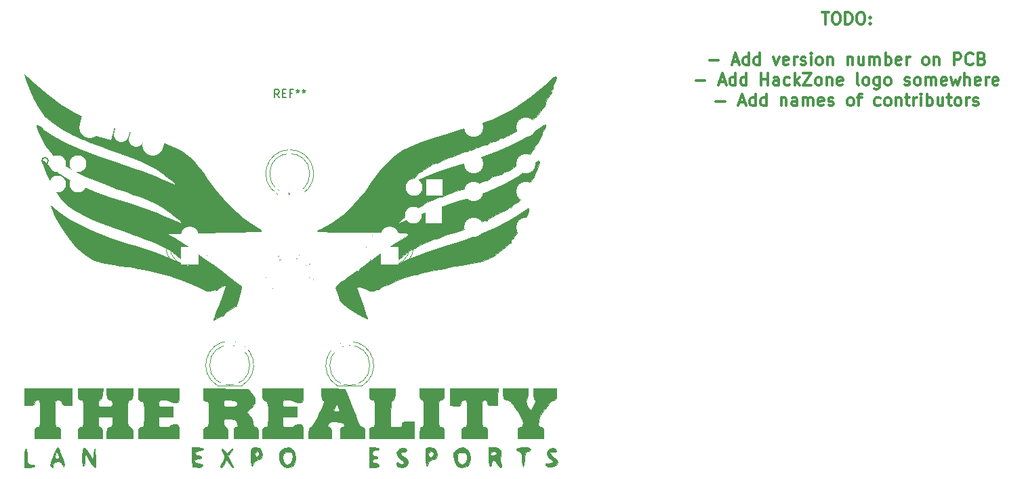
<source format=gbr>
G04 #@! TF.FileFunction,Legend,Top*
%FSLAX46Y46*%
G04 Gerber Fmt 4.6, Leading zero omitted, Abs format (unit mm)*
G04 Created by KiCad (PCBNEW 4.0.7) date 2018 September 05, Wednesday 09:20:39*
%MOMM*%
%LPD*%
G01*
G04 APERTURE LIST*
%ADD10C,0.100000*%
%ADD11C,0.300000*%
%ADD12C,0.150000*%
%ADD13C,0.010000*%
%ADD14C,0.120000*%
%ADD15C,1.300000*%
%ADD16C,2.400000*%
%ADD17C,2.100000*%
%ADD18O,2.100000X2.100000*%
%ADD19R,2.100000X2.100000*%
%ADD20C,4.800000*%
%ADD21C,1.000000*%
%ADD22C,1.900000*%
%ADD23C,2.600000*%
%ADD24R,2.200000X2.200000*%
%ADD25C,2.200000*%
G04 APERTURE END LIST*
D10*
D11*
X101492857Y58671429D02*
X102350000Y58671429D01*
X101921429Y57171429D02*
X101921429Y58671429D01*
X103135714Y58671429D02*
X103421428Y58671429D01*
X103564286Y58600000D01*
X103707143Y58457143D01*
X103778571Y58171429D01*
X103778571Y57671429D01*
X103707143Y57385714D01*
X103564286Y57242857D01*
X103421428Y57171429D01*
X103135714Y57171429D01*
X102992857Y57242857D01*
X102850000Y57385714D01*
X102778571Y57671429D01*
X102778571Y58171429D01*
X102850000Y58457143D01*
X102992857Y58600000D01*
X103135714Y58671429D01*
X104421429Y57171429D02*
X104421429Y58671429D01*
X104778572Y58671429D01*
X104992857Y58600000D01*
X105135715Y58457143D01*
X105207143Y58314286D01*
X105278572Y58028571D01*
X105278572Y57814286D01*
X105207143Y57528571D01*
X105135715Y57385714D01*
X104992857Y57242857D01*
X104778572Y57171429D01*
X104421429Y57171429D01*
X106207143Y58671429D02*
X106492857Y58671429D01*
X106635715Y58600000D01*
X106778572Y58457143D01*
X106850000Y58171429D01*
X106850000Y57671429D01*
X106778572Y57385714D01*
X106635715Y57242857D01*
X106492857Y57171429D01*
X106207143Y57171429D01*
X106064286Y57242857D01*
X105921429Y57385714D01*
X105850000Y57671429D01*
X105850000Y58171429D01*
X105921429Y58457143D01*
X106064286Y58600000D01*
X106207143Y58671429D01*
X107492858Y57314286D02*
X107564286Y57242857D01*
X107492858Y57171429D01*
X107421429Y57242857D01*
X107492858Y57314286D01*
X107492858Y57171429D01*
X107492858Y58100000D02*
X107564286Y58028571D01*
X107492858Y57957143D01*
X107421429Y58028571D01*
X107492858Y58100000D01*
X107492858Y57957143D01*
X87421429Y52642857D02*
X88564286Y52642857D01*
X90350000Y52500000D02*
X91064286Y52500000D01*
X90207143Y52071429D02*
X90707143Y53571429D01*
X91207143Y52071429D01*
X92350000Y52071429D02*
X92350000Y53571429D01*
X92350000Y52142857D02*
X92207143Y52071429D01*
X91921429Y52071429D01*
X91778571Y52142857D01*
X91707143Y52214286D01*
X91635714Y52357143D01*
X91635714Y52785714D01*
X91707143Y52928571D01*
X91778571Y53000000D01*
X91921429Y53071429D01*
X92207143Y53071429D01*
X92350000Y53000000D01*
X93707143Y52071429D02*
X93707143Y53571429D01*
X93707143Y52142857D02*
X93564286Y52071429D01*
X93278572Y52071429D01*
X93135714Y52142857D01*
X93064286Y52214286D01*
X92992857Y52357143D01*
X92992857Y52785714D01*
X93064286Y52928571D01*
X93135714Y53000000D01*
X93278572Y53071429D01*
X93564286Y53071429D01*
X93707143Y53000000D01*
X95421429Y53071429D02*
X95778572Y52071429D01*
X96135714Y53071429D01*
X97278571Y52142857D02*
X97135714Y52071429D01*
X96850000Y52071429D01*
X96707143Y52142857D01*
X96635714Y52285714D01*
X96635714Y52857143D01*
X96707143Y53000000D01*
X96850000Y53071429D01*
X97135714Y53071429D01*
X97278571Y53000000D01*
X97350000Y52857143D01*
X97350000Y52714286D01*
X96635714Y52571429D01*
X97992857Y52071429D02*
X97992857Y53071429D01*
X97992857Y52785714D02*
X98064285Y52928571D01*
X98135714Y53000000D01*
X98278571Y53071429D01*
X98421428Y53071429D01*
X98849999Y52142857D02*
X98992856Y52071429D01*
X99278571Y52071429D01*
X99421428Y52142857D01*
X99492856Y52285714D01*
X99492856Y52357143D01*
X99421428Y52500000D01*
X99278571Y52571429D01*
X99064285Y52571429D01*
X98921428Y52642857D01*
X98849999Y52785714D01*
X98849999Y52857143D01*
X98921428Y53000000D01*
X99064285Y53071429D01*
X99278571Y53071429D01*
X99421428Y53000000D01*
X100135714Y52071429D02*
X100135714Y53071429D01*
X100135714Y53571429D02*
X100064285Y53500000D01*
X100135714Y53428571D01*
X100207142Y53500000D01*
X100135714Y53571429D01*
X100135714Y53428571D01*
X101064286Y52071429D02*
X100921428Y52142857D01*
X100850000Y52214286D01*
X100778571Y52357143D01*
X100778571Y52785714D01*
X100850000Y52928571D01*
X100921428Y53000000D01*
X101064286Y53071429D01*
X101278571Y53071429D01*
X101421428Y53000000D01*
X101492857Y52928571D01*
X101564286Y52785714D01*
X101564286Y52357143D01*
X101492857Y52214286D01*
X101421428Y52142857D01*
X101278571Y52071429D01*
X101064286Y52071429D01*
X102207143Y53071429D02*
X102207143Y52071429D01*
X102207143Y52928571D02*
X102278571Y53000000D01*
X102421429Y53071429D01*
X102635714Y53071429D01*
X102778571Y53000000D01*
X102850000Y52857143D01*
X102850000Y52071429D01*
X104707143Y53071429D02*
X104707143Y52071429D01*
X104707143Y52928571D02*
X104778571Y53000000D01*
X104921429Y53071429D01*
X105135714Y53071429D01*
X105278571Y53000000D01*
X105350000Y52857143D01*
X105350000Y52071429D01*
X106707143Y53071429D02*
X106707143Y52071429D01*
X106064286Y53071429D02*
X106064286Y52285714D01*
X106135714Y52142857D01*
X106278572Y52071429D01*
X106492857Y52071429D01*
X106635714Y52142857D01*
X106707143Y52214286D01*
X107421429Y52071429D02*
X107421429Y53071429D01*
X107421429Y52928571D02*
X107492857Y53000000D01*
X107635715Y53071429D01*
X107850000Y53071429D01*
X107992857Y53000000D01*
X108064286Y52857143D01*
X108064286Y52071429D01*
X108064286Y52857143D02*
X108135715Y53000000D01*
X108278572Y53071429D01*
X108492857Y53071429D01*
X108635715Y53000000D01*
X108707143Y52857143D01*
X108707143Y52071429D01*
X109421429Y52071429D02*
X109421429Y53571429D01*
X109421429Y53000000D02*
X109564286Y53071429D01*
X109850000Y53071429D01*
X109992857Y53000000D01*
X110064286Y52928571D01*
X110135715Y52785714D01*
X110135715Y52357143D01*
X110064286Y52214286D01*
X109992857Y52142857D01*
X109850000Y52071429D01*
X109564286Y52071429D01*
X109421429Y52142857D01*
X111350000Y52142857D02*
X111207143Y52071429D01*
X110921429Y52071429D01*
X110778572Y52142857D01*
X110707143Y52285714D01*
X110707143Y52857143D01*
X110778572Y53000000D01*
X110921429Y53071429D01*
X111207143Y53071429D01*
X111350000Y53000000D01*
X111421429Y52857143D01*
X111421429Y52714286D01*
X110707143Y52571429D01*
X112064286Y52071429D02*
X112064286Y53071429D01*
X112064286Y52785714D02*
X112135714Y52928571D01*
X112207143Y53000000D01*
X112350000Y53071429D01*
X112492857Y53071429D01*
X114350000Y52071429D02*
X114207142Y52142857D01*
X114135714Y52214286D01*
X114064285Y52357143D01*
X114064285Y52785714D01*
X114135714Y52928571D01*
X114207142Y53000000D01*
X114350000Y53071429D01*
X114564285Y53071429D01*
X114707142Y53000000D01*
X114778571Y52928571D01*
X114850000Y52785714D01*
X114850000Y52357143D01*
X114778571Y52214286D01*
X114707142Y52142857D01*
X114564285Y52071429D01*
X114350000Y52071429D01*
X115492857Y53071429D02*
X115492857Y52071429D01*
X115492857Y52928571D02*
X115564285Y53000000D01*
X115707143Y53071429D01*
X115921428Y53071429D01*
X116064285Y53000000D01*
X116135714Y52857143D01*
X116135714Y52071429D01*
X117992857Y52071429D02*
X117992857Y53571429D01*
X118564285Y53571429D01*
X118707143Y53500000D01*
X118778571Y53428571D01*
X118850000Y53285714D01*
X118850000Y53071429D01*
X118778571Y52928571D01*
X118707143Y52857143D01*
X118564285Y52785714D01*
X117992857Y52785714D01*
X120350000Y52214286D02*
X120278571Y52142857D01*
X120064285Y52071429D01*
X119921428Y52071429D01*
X119707143Y52142857D01*
X119564285Y52285714D01*
X119492857Y52428571D01*
X119421428Y52714286D01*
X119421428Y52928571D01*
X119492857Y53214286D01*
X119564285Y53357143D01*
X119707143Y53500000D01*
X119921428Y53571429D01*
X120064285Y53571429D01*
X120278571Y53500000D01*
X120350000Y53428571D01*
X121492857Y52857143D02*
X121707143Y52785714D01*
X121778571Y52714286D01*
X121850000Y52571429D01*
X121850000Y52357143D01*
X121778571Y52214286D01*
X121707143Y52142857D01*
X121564285Y52071429D01*
X120992857Y52071429D01*
X120992857Y53571429D01*
X121492857Y53571429D01*
X121635714Y53500000D01*
X121707143Y53428571D01*
X121778571Y53285714D01*
X121778571Y53142857D01*
X121707143Y53000000D01*
X121635714Y52928571D01*
X121492857Y52857143D01*
X120992857Y52857143D01*
X85742858Y50092857D02*
X86885715Y50092857D01*
X88671429Y49950000D02*
X89385715Y49950000D01*
X88528572Y49521429D02*
X89028572Y51021429D01*
X89528572Y49521429D01*
X90671429Y49521429D02*
X90671429Y51021429D01*
X90671429Y49592857D02*
X90528572Y49521429D01*
X90242858Y49521429D01*
X90100000Y49592857D01*
X90028572Y49664286D01*
X89957143Y49807143D01*
X89957143Y50235714D01*
X90028572Y50378571D01*
X90100000Y50450000D01*
X90242858Y50521429D01*
X90528572Y50521429D01*
X90671429Y50450000D01*
X92028572Y49521429D02*
X92028572Y51021429D01*
X92028572Y49592857D02*
X91885715Y49521429D01*
X91600001Y49521429D01*
X91457143Y49592857D01*
X91385715Y49664286D01*
X91314286Y49807143D01*
X91314286Y50235714D01*
X91385715Y50378571D01*
X91457143Y50450000D01*
X91600001Y50521429D01*
X91885715Y50521429D01*
X92028572Y50450000D01*
X93885715Y49521429D02*
X93885715Y51021429D01*
X93885715Y50307143D02*
X94742858Y50307143D01*
X94742858Y49521429D02*
X94742858Y51021429D01*
X96100001Y49521429D02*
X96100001Y50307143D01*
X96028572Y50450000D01*
X95885715Y50521429D01*
X95600001Y50521429D01*
X95457144Y50450000D01*
X96100001Y49592857D02*
X95957144Y49521429D01*
X95600001Y49521429D01*
X95457144Y49592857D01*
X95385715Y49735714D01*
X95385715Y49878571D01*
X95457144Y50021429D01*
X95600001Y50092857D01*
X95957144Y50092857D01*
X96100001Y50164286D01*
X97457144Y49592857D02*
X97314287Y49521429D01*
X97028573Y49521429D01*
X96885715Y49592857D01*
X96814287Y49664286D01*
X96742858Y49807143D01*
X96742858Y50235714D01*
X96814287Y50378571D01*
X96885715Y50450000D01*
X97028573Y50521429D01*
X97314287Y50521429D01*
X97457144Y50450000D01*
X98100001Y49521429D02*
X98100001Y51021429D01*
X98242858Y50092857D02*
X98671429Y49521429D01*
X98671429Y50521429D02*
X98100001Y49950000D01*
X99171430Y51021429D02*
X100171430Y51021429D01*
X99171430Y49521429D01*
X100171430Y49521429D01*
X100957144Y49521429D02*
X100814286Y49592857D01*
X100742858Y49664286D01*
X100671429Y49807143D01*
X100671429Y50235714D01*
X100742858Y50378571D01*
X100814286Y50450000D01*
X100957144Y50521429D01*
X101171429Y50521429D01*
X101314286Y50450000D01*
X101385715Y50378571D01*
X101457144Y50235714D01*
X101457144Y49807143D01*
X101385715Y49664286D01*
X101314286Y49592857D01*
X101171429Y49521429D01*
X100957144Y49521429D01*
X102100001Y50521429D02*
X102100001Y49521429D01*
X102100001Y50378571D02*
X102171429Y50450000D01*
X102314287Y50521429D01*
X102528572Y50521429D01*
X102671429Y50450000D01*
X102742858Y50307143D01*
X102742858Y49521429D01*
X104028572Y49592857D02*
X103885715Y49521429D01*
X103600001Y49521429D01*
X103457144Y49592857D01*
X103385715Y49735714D01*
X103385715Y50307143D01*
X103457144Y50450000D01*
X103600001Y50521429D01*
X103885715Y50521429D01*
X104028572Y50450000D01*
X104100001Y50307143D01*
X104100001Y50164286D01*
X103385715Y50021429D01*
X106100001Y49521429D02*
X105957143Y49592857D01*
X105885715Y49735714D01*
X105885715Y51021429D01*
X106885715Y49521429D02*
X106742857Y49592857D01*
X106671429Y49664286D01*
X106600000Y49807143D01*
X106600000Y50235714D01*
X106671429Y50378571D01*
X106742857Y50450000D01*
X106885715Y50521429D01*
X107100000Y50521429D01*
X107242857Y50450000D01*
X107314286Y50378571D01*
X107385715Y50235714D01*
X107385715Y49807143D01*
X107314286Y49664286D01*
X107242857Y49592857D01*
X107100000Y49521429D01*
X106885715Y49521429D01*
X108671429Y50521429D02*
X108671429Y49307143D01*
X108600000Y49164286D01*
X108528572Y49092857D01*
X108385715Y49021429D01*
X108171429Y49021429D01*
X108028572Y49092857D01*
X108671429Y49592857D02*
X108528572Y49521429D01*
X108242858Y49521429D01*
X108100000Y49592857D01*
X108028572Y49664286D01*
X107957143Y49807143D01*
X107957143Y50235714D01*
X108028572Y50378571D01*
X108100000Y50450000D01*
X108242858Y50521429D01*
X108528572Y50521429D01*
X108671429Y50450000D01*
X109600001Y49521429D02*
X109457143Y49592857D01*
X109385715Y49664286D01*
X109314286Y49807143D01*
X109314286Y50235714D01*
X109385715Y50378571D01*
X109457143Y50450000D01*
X109600001Y50521429D01*
X109814286Y50521429D01*
X109957143Y50450000D01*
X110028572Y50378571D01*
X110100001Y50235714D01*
X110100001Y49807143D01*
X110028572Y49664286D01*
X109957143Y49592857D01*
X109814286Y49521429D01*
X109600001Y49521429D01*
X111814286Y49592857D02*
X111957143Y49521429D01*
X112242858Y49521429D01*
X112385715Y49592857D01*
X112457143Y49735714D01*
X112457143Y49807143D01*
X112385715Y49950000D01*
X112242858Y50021429D01*
X112028572Y50021429D01*
X111885715Y50092857D01*
X111814286Y50235714D01*
X111814286Y50307143D01*
X111885715Y50450000D01*
X112028572Y50521429D01*
X112242858Y50521429D01*
X112385715Y50450000D01*
X113314287Y49521429D02*
X113171429Y49592857D01*
X113100001Y49664286D01*
X113028572Y49807143D01*
X113028572Y50235714D01*
X113100001Y50378571D01*
X113171429Y50450000D01*
X113314287Y50521429D01*
X113528572Y50521429D01*
X113671429Y50450000D01*
X113742858Y50378571D01*
X113814287Y50235714D01*
X113814287Y49807143D01*
X113742858Y49664286D01*
X113671429Y49592857D01*
X113528572Y49521429D01*
X113314287Y49521429D01*
X114457144Y49521429D02*
X114457144Y50521429D01*
X114457144Y50378571D02*
X114528572Y50450000D01*
X114671430Y50521429D01*
X114885715Y50521429D01*
X115028572Y50450000D01*
X115100001Y50307143D01*
X115100001Y49521429D01*
X115100001Y50307143D02*
X115171430Y50450000D01*
X115314287Y50521429D01*
X115528572Y50521429D01*
X115671430Y50450000D01*
X115742858Y50307143D01*
X115742858Y49521429D01*
X117028572Y49592857D02*
X116885715Y49521429D01*
X116600001Y49521429D01*
X116457144Y49592857D01*
X116385715Y49735714D01*
X116385715Y50307143D01*
X116457144Y50450000D01*
X116600001Y50521429D01*
X116885715Y50521429D01*
X117028572Y50450000D01*
X117100001Y50307143D01*
X117100001Y50164286D01*
X116385715Y50021429D01*
X117600001Y50521429D02*
X117885715Y49521429D01*
X118171429Y50235714D01*
X118457144Y49521429D01*
X118742858Y50521429D01*
X119314287Y49521429D02*
X119314287Y51021429D01*
X119957144Y49521429D02*
X119957144Y50307143D01*
X119885715Y50450000D01*
X119742858Y50521429D01*
X119528573Y50521429D01*
X119385715Y50450000D01*
X119314287Y50378571D01*
X121242858Y49592857D02*
X121100001Y49521429D01*
X120814287Y49521429D01*
X120671430Y49592857D01*
X120600001Y49735714D01*
X120600001Y50307143D01*
X120671430Y50450000D01*
X120814287Y50521429D01*
X121100001Y50521429D01*
X121242858Y50450000D01*
X121314287Y50307143D01*
X121314287Y50164286D01*
X120600001Y50021429D01*
X121957144Y49521429D02*
X121957144Y50521429D01*
X121957144Y50235714D02*
X122028572Y50378571D01*
X122100001Y50450000D01*
X122242858Y50521429D01*
X122385715Y50521429D01*
X123457143Y49592857D02*
X123314286Y49521429D01*
X123028572Y49521429D01*
X122885715Y49592857D01*
X122814286Y49735714D01*
X122814286Y50307143D01*
X122885715Y50450000D01*
X123028572Y50521429D01*
X123314286Y50521429D01*
X123457143Y50450000D01*
X123528572Y50307143D01*
X123528572Y50164286D01*
X122814286Y50021429D01*
X88242857Y47542857D02*
X89385714Y47542857D01*
X91171428Y47400000D02*
X91885714Y47400000D01*
X91028571Y46971429D02*
X91528571Y48471429D01*
X92028571Y46971429D01*
X93171428Y46971429D02*
X93171428Y48471429D01*
X93171428Y47042857D02*
X93028571Y46971429D01*
X92742857Y46971429D01*
X92599999Y47042857D01*
X92528571Y47114286D01*
X92457142Y47257143D01*
X92457142Y47685714D01*
X92528571Y47828571D01*
X92599999Y47900000D01*
X92742857Y47971429D01*
X93028571Y47971429D01*
X93171428Y47900000D01*
X94528571Y46971429D02*
X94528571Y48471429D01*
X94528571Y47042857D02*
X94385714Y46971429D01*
X94100000Y46971429D01*
X93957142Y47042857D01*
X93885714Y47114286D01*
X93814285Y47257143D01*
X93814285Y47685714D01*
X93885714Y47828571D01*
X93957142Y47900000D01*
X94100000Y47971429D01*
X94385714Y47971429D01*
X94528571Y47900000D01*
X96385714Y47971429D02*
X96385714Y46971429D01*
X96385714Y47828571D02*
X96457142Y47900000D01*
X96600000Y47971429D01*
X96814285Y47971429D01*
X96957142Y47900000D01*
X97028571Y47757143D01*
X97028571Y46971429D01*
X98385714Y46971429D02*
X98385714Y47757143D01*
X98314285Y47900000D01*
X98171428Y47971429D01*
X97885714Y47971429D01*
X97742857Y47900000D01*
X98385714Y47042857D02*
X98242857Y46971429D01*
X97885714Y46971429D01*
X97742857Y47042857D01*
X97671428Y47185714D01*
X97671428Y47328571D01*
X97742857Y47471429D01*
X97885714Y47542857D01*
X98242857Y47542857D01*
X98385714Y47614286D01*
X99100000Y46971429D02*
X99100000Y47971429D01*
X99100000Y47828571D02*
X99171428Y47900000D01*
X99314286Y47971429D01*
X99528571Y47971429D01*
X99671428Y47900000D01*
X99742857Y47757143D01*
X99742857Y46971429D01*
X99742857Y47757143D02*
X99814286Y47900000D01*
X99957143Y47971429D01*
X100171428Y47971429D01*
X100314286Y47900000D01*
X100385714Y47757143D01*
X100385714Y46971429D01*
X101671428Y47042857D02*
X101528571Y46971429D01*
X101242857Y46971429D01*
X101100000Y47042857D01*
X101028571Y47185714D01*
X101028571Y47757143D01*
X101100000Y47900000D01*
X101242857Y47971429D01*
X101528571Y47971429D01*
X101671428Y47900000D01*
X101742857Y47757143D01*
X101742857Y47614286D01*
X101028571Y47471429D01*
X102314285Y47042857D02*
X102457142Y46971429D01*
X102742857Y46971429D01*
X102885714Y47042857D01*
X102957142Y47185714D01*
X102957142Y47257143D01*
X102885714Y47400000D01*
X102742857Y47471429D01*
X102528571Y47471429D01*
X102385714Y47542857D01*
X102314285Y47685714D01*
X102314285Y47757143D01*
X102385714Y47900000D01*
X102528571Y47971429D01*
X102742857Y47971429D01*
X102885714Y47900000D01*
X104957143Y46971429D02*
X104814285Y47042857D01*
X104742857Y47114286D01*
X104671428Y47257143D01*
X104671428Y47685714D01*
X104742857Y47828571D01*
X104814285Y47900000D01*
X104957143Y47971429D01*
X105171428Y47971429D01*
X105314285Y47900000D01*
X105385714Y47828571D01*
X105457143Y47685714D01*
X105457143Y47257143D01*
X105385714Y47114286D01*
X105314285Y47042857D01*
X105171428Y46971429D01*
X104957143Y46971429D01*
X105885714Y47971429D02*
X106457143Y47971429D01*
X106100000Y46971429D02*
X106100000Y48257143D01*
X106171428Y48400000D01*
X106314286Y48471429D01*
X106457143Y48471429D01*
X108742857Y47042857D02*
X108600000Y46971429D01*
X108314286Y46971429D01*
X108171428Y47042857D01*
X108100000Y47114286D01*
X108028571Y47257143D01*
X108028571Y47685714D01*
X108100000Y47828571D01*
X108171428Y47900000D01*
X108314286Y47971429D01*
X108600000Y47971429D01*
X108742857Y47900000D01*
X109600000Y46971429D02*
X109457142Y47042857D01*
X109385714Y47114286D01*
X109314285Y47257143D01*
X109314285Y47685714D01*
X109385714Y47828571D01*
X109457142Y47900000D01*
X109600000Y47971429D01*
X109814285Y47971429D01*
X109957142Y47900000D01*
X110028571Y47828571D01*
X110100000Y47685714D01*
X110100000Y47257143D01*
X110028571Y47114286D01*
X109957142Y47042857D01*
X109814285Y46971429D01*
X109600000Y46971429D01*
X110742857Y47971429D02*
X110742857Y46971429D01*
X110742857Y47828571D02*
X110814285Y47900000D01*
X110957143Y47971429D01*
X111171428Y47971429D01*
X111314285Y47900000D01*
X111385714Y47757143D01*
X111385714Y46971429D01*
X111885714Y47971429D02*
X112457143Y47971429D01*
X112100000Y48471429D02*
X112100000Y47185714D01*
X112171428Y47042857D01*
X112314286Y46971429D01*
X112457143Y46971429D01*
X112957143Y46971429D02*
X112957143Y47971429D01*
X112957143Y47685714D02*
X113028571Y47828571D01*
X113100000Y47900000D01*
X113242857Y47971429D01*
X113385714Y47971429D01*
X113885714Y46971429D02*
X113885714Y47971429D01*
X113885714Y48471429D02*
X113814285Y48400000D01*
X113885714Y48328571D01*
X113957142Y48400000D01*
X113885714Y48471429D01*
X113885714Y48328571D01*
X114600000Y46971429D02*
X114600000Y48471429D01*
X114600000Y47900000D02*
X114742857Y47971429D01*
X115028571Y47971429D01*
X115171428Y47900000D01*
X115242857Y47828571D01*
X115314286Y47685714D01*
X115314286Y47257143D01*
X115242857Y47114286D01*
X115171428Y47042857D01*
X115028571Y46971429D01*
X114742857Y46971429D01*
X114600000Y47042857D01*
X116600000Y47971429D02*
X116600000Y46971429D01*
X115957143Y47971429D02*
X115957143Y47185714D01*
X116028571Y47042857D01*
X116171429Y46971429D01*
X116385714Y46971429D01*
X116528571Y47042857D01*
X116600000Y47114286D01*
X117100000Y47971429D02*
X117671429Y47971429D01*
X117314286Y48471429D02*
X117314286Y47185714D01*
X117385714Y47042857D01*
X117528572Y46971429D01*
X117671429Y46971429D01*
X118385715Y46971429D02*
X118242857Y47042857D01*
X118171429Y47114286D01*
X118100000Y47257143D01*
X118100000Y47685714D01*
X118171429Y47828571D01*
X118242857Y47900000D01*
X118385715Y47971429D01*
X118600000Y47971429D01*
X118742857Y47900000D01*
X118814286Y47828571D01*
X118885715Y47685714D01*
X118885715Y47257143D01*
X118814286Y47114286D01*
X118742857Y47042857D01*
X118600000Y46971429D01*
X118385715Y46971429D01*
X119528572Y46971429D02*
X119528572Y47971429D01*
X119528572Y47685714D02*
X119600000Y47828571D01*
X119671429Y47900000D01*
X119814286Y47971429D01*
X119957143Y47971429D01*
X120385714Y47042857D02*
X120528571Y46971429D01*
X120814286Y46971429D01*
X120957143Y47042857D01*
X121028571Y47185714D01*
X121028571Y47257143D01*
X120957143Y47400000D01*
X120814286Y47471429D01*
X120600000Y47471429D01*
X120457143Y47542857D01*
X120385714Y47685714D01*
X120385714Y47757143D01*
X120457143Y47900000D01*
X120600000Y47971429D01*
X120814286Y47971429D01*
X120957143Y47900000D01*
D12*
X4830000Y40080000D02*
G75*
G03X4830000Y40080000I-400000J0D01*
G01*
D13*
G36*
X2132694Y3889251D02*
X2198126Y3469096D01*
X2214184Y3061347D01*
X2225875Y2493906D01*
X2287663Y2198445D01*
X2439623Y2086799D01*
X2664539Y2070567D01*
X3003081Y2008902D01*
X3114894Y1890425D01*
X2956535Y1771357D01*
X2567141Y1711839D01*
X2484397Y1710283D01*
X1853901Y1710283D01*
X1853901Y2881205D01*
X1879353Y3493083D01*
X1946778Y3912006D01*
X2034042Y4052127D01*
X2132694Y3889251D01*
X2132694Y3889251D01*
G37*
X2132694Y3889251D02*
X2198126Y3469096D01*
X2214184Y3061347D01*
X2225875Y2493906D01*
X2287663Y2198445D01*
X2439623Y2086799D01*
X2664539Y2070567D01*
X3003081Y2008902D01*
X3114894Y1890425D01*
X2956535Y1771357D01*
X2567141Y1711839D01*
X2484397Y1710283D01*
X1853901Y1710283D01*
X1853901Y2881205D01*
X1879353Y3493083D01*
X1946778Y3912006D01*
X2034042Y4052127D01*
X2132694Y3889251D01*
G36*
X6165120Y4078421D02*
X6288783Y3736879D01*
X6421878Y3307749D01*
X6541626Y3061347D01*
X6688520Y2759292D01*
X6793397Y2366781D01*
X6837739Y2004467D01*
X6803028Y1793003D01*
X6736994Y1788449D01*
X6553162Y2061349D01*
X6537589Y2171269D01*
X6395082Y2367504D01*
X6065676Y2426344D01*
X5696542Y2345309D01*
X5480358Y2189099D01*
X5366083Y1926423D01*
X5398253Y1828815D01*
X5379138Y1719721D01*
X5306619Y1710283D01*
X5117288Y1854453D01*
X5096454Y1964466D01*
X5159013Y2295676D01*
X5317611Y2787542D01*
X5398885Y2997556D01*
X5644847Y2997556D01*
X5762752Y2811407D01*
X5907092Y2791134D01*
X6144784Y2911840D01*
X6174546Y3016312D01*
X6080907Y3366139D01*
X6019474Y3481770D01*
X5872089Y3612881D01*
X5752019Y3422002D01*
X5644847Y2997556D01*
X5398885Y2997556D01*
X5528622Y3332797D01*
X5748426Y3824178D01*
X5933398Y4154419D01*
X6018732Y4232269D01*
X6165120Y4078421D01*
X6165120Y4078421D01*
G37*
X6165120Y4078421D02*
X6288783Y3736879D01*
X6421878Y3307749D01*
X6541626Y3061347D01*
X6688520Y2759292D01*
X6793397Y2366781D01*
X6837739Y2004467D01*
X6803028Y1793003D01*
X6736994Y1788449D01*
X6553162Y2061349D01*
X6537589Y2171269D01*
X6395082Y2367504D01*
X6065676Y2426344D01*
X5696542Y2345309D01*
X5480358Y2189099D01*
X5366083Y1926423D01*
X5398253Y1828815D01*
X5379138Y1719721D01*
X5306619Y1710283D01*
X5117288Y1854453D01*
X5096454Y1964466D01*
X5159013Y2295676D01*
X5317611Y2787542D01*
X5398885Y2997556D01*
X5644847Y2997556D01*
X5762752Y2811407D01*
X5907092Y2791134D01*
X6144784Y2911840D01*
X6174546Y3016312D01*
X6080907Y3366139D01*
X6019474Y3481770D01*
X5872089Y3612881D01*
X5752019Y3422002D01*
X5644847Y2997556D01*
X5398885Y2997556D01*
X5528622Y3332797D01*
X5748426Y3824178D01*
X5933398Y4154419D01*
X6018732Y4232269D01*
X6165120Y4078421D01*
G36*
X9681049Y3862175D02*
X9960593Y3379917D01*
X10410638Y2527564D01*
X10517444Y3424952D01*
X10580575Y3906919D01*
X10620985Y4051097D01*
X10650071Y3878360D01*
X10663183Y3691844D01*
X10705706Y3050365D01*
X10753531Y2389349D01*
X10753802Y2385815D01*
X10745127Y1889789D01*
X10622677Y1731140D01*
X10394075Y1913991D01*
X10254308Y2115602D01*
X9982856Y2575643D01*
X9716942Y3061347D01*
X9434283Y3601773D01*
X9427071Y2746099D01*
X9388847Y2247186D01*
X9299707Y1938813D01*
X9239716Y1890425D01*
X9145581Y2055867D01*
X9081132Y2494127D01*
X9059574Y3061347D01*
X9095357Y3786413D01*
X9206785Y4160131D01*
X9399975Y4184664D01*
X9681049Y3862175D01*
X9681049Y3862175D01*
G37*
X9681049Y3862175D02*
X9960593Y3379917D01*
X10410638Y2527564D01*
X10517444Y3424952D01*
X10580575Y3906919D01*
X10620985Y4051097D01*
X10650071Y3878360D01*
X10663183Y3691844D01*
X10705706Y3050365D01*
X10753531Y2389349D01*
X10753802Y2385815D01*
X10745127Y1889789D01*
X10622677Y1731140D01*
X10394075Y1913991D01*
X10254308Y2115602D01*
X9982856Y2575643D01*
X9716942Y3061347D01*
X9434283Y3601773D01*
X9427071Y2746099D01*
X9388847Y2247186D01*
X9299707Y1938813D01*
X9239716Y1890425D01*
X9145581Y2055867D01*
X9081132Y2494127D01*
X9059574Y3061347D01*
X9095357Y3786413D01*
X9206785Y4160131D01*
X9399975Y4184664D01*
X9681049Y3862175D01*
G36*
X23955641Y4183192D02*
X24173681Y4068630D01*
X24096990Y3937591D01*
X23697513Y3839078D01*
X23696099Y3838915D01*
X23319660Y3698581D01*
X23206308Y3467092D01*
X23371263Y3255121D01*
X23606028Y3183924D01*
X23950183Y3060465D01*
X23971111Y2899117D01*
X23679875Y2796362D01*
X23560993Y2791134D01*
X23200830Y2699039D01*
X23118907Y2497019D01*
X23309175Y2296470D01*
X23592136Y2217639D01*
X24026119Y2092373D01*
X24152115Y1911192D01*
X23967839Y1757478D01*
X23606028Y1710283D01*
X23155649Y1742461D01*
X22881866Y1820881D01*
X22870449Y1830378D01*
X22807939Y2060749D01*
X22764504Y2541599D01*
X22750355Y3091371D01*
X22750355Y4232269D01*
X23470922Y4232269D01*
X23955641Y4183192D01*
X23955641Y4183192D01*
G37*
X23955641Y4183192D02*
X24173681Y4068630D01*
X24096990Y3937591D01*
X23697513Y3839078D01*
X23696099Y3838915D01*
X23319660Y3698581D01*
X23206308Y3467092D01*
X23371263Y3255121D01*
X23606028Y3183924D01*
X23950183Y3060465D01*
X23971111Y2899117D01*
X23679875Y2796362D01*
X23560993Y2791134D01*
X23200830Y2699039D01*
X23118907Y2497019D01*
X23309175Y2296470D01*
X23592136Y2217639D01*
X24026119Y2092373D01*
X24152115Y1911192D01*
X23967839Y1757478D01*
X23606028Y1710283D01*
X23155649Y1742461D01*
X22881866Y1820881D01*
X22870449Y1830378D01*
X22807939Y2060749D01*
X22764504Y2541599D01*
X22750355Y3091371D01*
X22750355Y4232269D01*
X23470922Y4232269D01*
X23955641Y4183192D01*
G36*
X27841506Y3932729D02*
X27673913Y3638991D01*
X27625282Y3574966D01*
X27249946Y3097804D01*
X27612207Y2483818D01*
X27872174Y2024424D01*
X27959226Y1793486D01*
X27893951Y1715548D01*
X27823242Y1710283D01*
X27645981Y1855656D01*
X27466820Y2160638D01*
X27257362Y2491859D01*
X27081053Y2610992D01*
X26907387Y2458099D01*
X26787449Y2160638D01*
X26651756Y1859579D01*
X26479083Y1692114D01*
X26363082Y1734011D01*
X26353191Y1809300D01*
X26428241Y2020642D01*
X26612104Y2408403D01*
X26644001Y2470680D01*
X26824734Y2882861D01*
X26814828Y3186192D01*
X26633816Y3542585D01*
X26480055Y3918950D01*
X26551669Y4048329D01*
X26782795Y3895837D01*
X26937332Y3703359D01*
X27134404Y3459834D01*
X27273586Y3513450D01*
X27399428Y3703359D01*
X27647046Y3979666D01*
X27808927Y4052127D01*
X27841506Y3932729D01*
X27841506Y3932729D01*
G37*
X27841506Y3932729D02*
X27673913Y3638991D01*
X27625282Y3574966D01*
X27249946Y3097804D01*
X27612207Y2483818D01*
X27872174Y2024424D01*
X27959226Y1793486D01*
X27893951Y1715548D01*
X27823242Y1710283D01*
X27645981Y1855656D01*
X27466820Y2160638D01*
X27257362Y2491859D01*
X27081053Y2610992D01*
X26907387Y2458099D01*
X26787449Y2160638D01*
X26651756Y1859579D01*
X26479083Y1692114D01*
X26363082Y1734011D01*
X26353191Y1809300D01*
X26428241Y2020642D01*
X26612104Y2408403D01*
X26644001Y2470680D01*
X26824734Y2882861D01*
X26814828Y3186192D01*
X26633816Y3542585D01*
X26480055Y3918950D01*
X26551669Y4048329D01*
X26782795Y3895837D01*
X26937332Y3703359D01*
X27134404Y3459834D01*
X27273586Y3513450D01*
X27399428Y3703359D01*
X27647046Y3979666D01*
X27808927Y4052127D01*
X27841506Y3932729D01*
G36*
X35399595Y3927257D02*
X35422435Y3902836D01*
X35648390Y3465085D01*
X35729014Y2905621D01*
X35667741Y2361419D01*
X35468006Y1969450D01*
X35372126Y1896763D01*
X34786311Y1724090D01*
X34247625Y1802474D01*
X34155596Y1851814D01*
X33880661Y2194048D01*
X33692532Y2724374D01*
X33667497Y3003872D01*
X34099291Y3003872D01*
X34207933Y2479512D01*
X34487739Y2141655D01*
X34729787Y2070567D01*
X35020545Y2186100D01*
X35144113Y2286737D01*
X35307848Y2623520D01*
X35353636Y3075392D01*
X35278102Y3469388D01*
X35169903Y3608100D01*
X34862028Y3658492D01*
X34539407Y3615300D01*
X34200846Y3430397D01*
X34099653Y3041534D01*
X34099291Y3003872D01*
X33667497Y3003872D01*
X33643455Y3272263D01*
X33669363Y3438884D01*
X33945659Y3921521D01*
X34404227Y4184464D01*
X34927922Y4196711D01*
X35399595Y3927257D01*
X35399595Y3927257D01*
G37*
X35399595Y3927257D02*
X35422435Y3902836D01*
X35648390Y3465085D01*
X35729014Y2905621D01*
X35667741Y2361419D01*
X35468006Y1969450D01*
X35372126Y1896763D01*
X34786311Y1724090D01*
X34247625Y1802474D01*
X34155596Y1851814D01*
X33880661Y2194048D01*
X33692532Y2724374D01*
X33667497Y3003872D01*
X34099291Y3003872D01*
X34207933Y2479512D01*
X34487739Y2141655D01*
X34729787Y2070567D01*
X35020545Y2186100D01*
X35144113Y2286737D01*
X35307848Y2623520D01*
X35353636Y3075392D01*
X35278102Y3469388D01*
X35169903Y3608100D01*
X34862028Y3658492D01*
X34539407Y3615300D01*
X34200846Y3430397D01*
X34099653Y3041534D01*
X34099291Y3003872D01*
X33667497Y3003872D01*
X33643455Y3272263D01*
X33669363Y3438884D01*
X33945659Y3921521D01*
X34404227Y4184464D01*
X34927922Y4196711D01*
X35399595Y3927257D01*
G36*
X45955037Y4187024D02*
X46163349Y4075768D01*
X46168794Y4052127D01*
X46014632Y3916710D01*
X45718440Y3871985D01*
X45365288Y3787545D01*
X45268085Y3511702D01*
X45395465Y3210629D01*
X45628369Y3151418D01*
X45921093Y3075979D01*
X45988652Y2971276D01*
X45837775Y2824914D01*
X45628369Y2791134D01*
X45334955Y2678497D01*
X45268085Y2520922D01*
X45424683Y2303596D01*
X45718440Y2250709D01*
X46080649Y2156750D01*
X46168794Y1980496D01*
X46032072Y1780642D01*
X45595721Y1710772D01*
X45538298Y1710283D01*
X44907801Y1710283D01*
X44907801Y4232269D01*
X45538298Y4232269D01*
X45955037Y4187024D01*
X45955037Y4187024D01*
G37*
X45955037Y4187024D02*
X46163349Y4075768D01*
X46168794Y4052127D01*
X46014632Y3916710D01*
X45718440Y3871985D01*
X45365288Y3787545D01*
X45268085Y3511702D01*
X45395465Y3210629D01*
X45628369Y3151418D01*
X45921093Y3075979D01*
X45988652Y2971276D01*
X45837775Y2824914D01*
X45628369Y2791134D01*
X45334955Y2678497D01*
X45268085Y2520922D01*
X45424683Y2303596D01*
X45718440Y2250709D01*
X46080649Y2156750D01*
X46168794Y1980496D01*
X46032072Y1780642D01*
X45595721Y1710772D01*
X45538298Y1710283D01*
X44907801Y1710283D01*
X44907801Y4232269D01*
X45538298Y4232269D01*
X45955037Y4187024D01*
G36*
X49477495Y4070680D02*
X49591489Y3804433D01*
X49460322Y3621032D01*
X49251536Y3634331D01*
X48901466Y3644248D01*
X48806802Y3482150D01*
X48971499Y3234050D01*
X49225316Y3064393D01*
X49652159Y2752138D01*
X49760043Y2370065D01*
X49662287Y1995229D01*
X49425520Y1801406D01*
X49016095Y1708648D01*
X48613389Y1741360D01*
X48450591Y1830378D01*
X48341551Y2100211D01*
X48330496Y2226690D01*
X48380706Y2401352D01*
X48546667Y2286737D01*
X48857869Y2099060D01*
X49132009Y2104289D01*
X49231206Y2269818D01*
X49101822Y2511015D01*
X48789695Y2816323D01*
X48780851Y2823318D01*
X48416048Y3252160D01*
X48365142Y3673350D01*
X48632445Y4016724D01*
X48704856Y4059661D01*
X49145850Y4179949D01*
X49477495Y4070680D01*
X49477495Y4070680D01*
G37*
X49477495Y4070680D02*
X49591489Y3804433D01*
X49460322Y3621032D01*
X49251536Y3634331D01*
X48901466Y3644248D01*
X48806802Y3482150D01*
X48971499Y3234050D01*
X49225316Y3064393D01*
X49652159Y2752138D01*
X49760043Y2370065D01*
X49662287Y1995229D01*
X49425520Y1801406D01*
X49016095Y1708648D01*
X48613389Y1741360D01*
X48450591Y1830378D01*
X48341551Y2100211D01*
X48330496Y2226690D01*
X48380706Y2401352D01*
X48546667Y2286737D01*
X48857869Y2099060D01*
X49132009Y2104289D01*
X49231206Y2269818D01*
X49101822Y2511015D01*
X48789695Y2816323D01*
X48780851Y2823318D01*
X48416048Y3252160D01*
X48365142Y3673350D01*
X48632445Y4016724D01*
X48704856Y4059661D01*
X49145850Y4179949D01*
X49477495Y4070680D01*
G36*
X57196758Y3927257D02*
X57219598Y3902836D01*
X57445554Y3465085D01*
X57526177Y2905621D01*
X57464904Y2361419D01*
X57265170Y1969450D01*
X57169290Y1896763D01*
X56583474Y1724090D01*
X56044788Y1802474D01*
X55952759Y1851814D01*
X55677824Y2194048D01*
X55489695Y2724374D01*
X55456453Y3095489D01*
X55928473Y3095489D01*
X55979194Y2571191D01*
X56216839Y2193584D01*
X56526950Y2070567D01*
X56825270Y2196594D01*
X56968264Y2329886D01*
X57109377Y2693687D01*
X57125428Y3095489D01*
X57025627Y3459135D01*
X56760965Y3590299D01*
X56526950Y3601773D01*
X56132540Y3547340D01*
X55965716Y3313487D01*
X55928473Y3095489D01*
X55456453Y3095489D01*
X55440618Y3272263D01*
X55466526Y3438884D01*
X55742822Y3921521D01*
X56201390Y4184464D01*
X56725085Y4196711D01*
X57196758Y3927257D01*
X57196758Y3927257D01*
G37*
X57196758Y3927257D02*
X57219598Y3902836D01*
X57445554Y3465085D01*
X57526177Y2905621D01*
X57464904Y2361419D01*
X57265170Y1969450D01*
X57169290Y1896763D01*
X56583474Y1724090D01*
X56044788Y1802474D01*
X55952759Y1851814D01*
X55677824Y2194048D01*
X55489695Y2724374D01*
X55456453Y3095489D01*
X55928473Y3095489D01*
X55979194Y2571191D01*
X56216839Y2193584D01*
X56526950Y2070567D01*
X56825270Y2196594D01*
X56968264Y2329886D01*
X57109377Y2693687D01*
X57125428Y3095489D01*
X57025627Y3459135D01*
X56760965Y3590299D01*
X56526950Y3601773D01*
X56132540Y3547340D01*
X55965716Y3313487D01*
X55928473Y3095489D01*
X55456453Y3095489D01*
X55440618Y3272263D01*
X55466526Y3438884D01*
X55742822Y3921521D01*
X56201390Y4184464D01*
X56725085Y4196711D01*
X57196758Y3927257D01*
G36*
X61027610Y4113180D02*
X61352153Y3804006D01*
X61398446Y3376889D01*
X61329679Y3196453D01*
X61257897Y2776415D01*
X61310679Y2520922D01*
X61446927Y2033273D01*
X61421440Y1752261D01*
X61277200Y1723772D01*
X61057191Y1993694D01*
X60973203Y2160638D01*
X60721655Y2499532D01*
X60448413Y2600373D01*
X60255196Y2451001D01*
X60219858Y2250709D01*
X60144419Y1957984D01*
X60039716Y1890425D01*
X59945581Y2055867D01*
X59881132Y2494127D01*
X59859574Y3061347D01*
X59859574Y3409102D01*
X60039716Y3409102D01*
X60173021Y3218833D01*
X60467768Y3185055D01*
X60766206Y3297166D01*
X60896292Y3466666D01*
X60807516Y3642603D01*
X60505083Y3691844D01*
X60127349Y3597435D01*
X60039716Y3409102D01*
X59859574Y3409102D01*
X59859574Y4232269D01*
X60483733Y4232269D01*
X61027610Y4113180D01*
X61027610Y4113180D01*
G37*
X61027610Y4113180D02*
X61352153Y3804006D01*
X61398446Y3376889D01*
X61329679Y3196453D01*
X61257897Y2776415D01*
X61310679Y2520922D01*
X61446927Y2033273D01*
X61421440Y1752261D01*
X61277200Y1723772D01*
X61057191Y1993694D01*
X60973203Y2160638D01*
X60721655Y2499532D01*
X60448413Y2600373D01*
X60255196Y2451001D01*
X60219858Y2250709D01*
X60144419Y1957984D01*
X60039716Y1890425D01*
X59945581Y2055867D01*
X59881132Y2494127D01*
X59859574Y3061347D01*
X59859574Y3409102D01*
X60039716Y3409102D01*
X60173021Y3218833D01*
X60467768Y3185055D01*
X60766206Y3297166D01*
X60896292Y3466666D01*
X60807516Y3642603D01*
X60505083Y3691844D01*
X60127349Y3597435D01*
X60039716Y3409102D01*
X59859574Y3409102D01*
X59859574Y4232269D01*
X60483733Y4232269D01*
X61027610Y4113180D01*
G36*
X64749401Y4203342D02*
X65026051Y4103188D01*
X65083688Y3962056D01*
X64934291Y3741261D01*
X64732394Y3691844D01*
X64526504Y3640839D01*
X64408879Y3432522D01*
X64346135Y2983933D01*
X64327075Y2684622D01*
X64276796Y2165307D01*
X64202094Y1855386D01*
X64137943Y1813937D01*
X64057711Y2062180D01*
X64009300Y2534482D01*
X64002837Y2800148D01*
X63974833Y3340404D01*
X63865531Y3622384D01*
X63642553Y3744039D01*
X63310156Y3891006D01*
X63296825Y4044480D01*
X63563748Y4169398D01*
X64072115Y4230696D01*
X64182979Y4232269D01*
X64749401Y4203342D01*
X64749401Y4203342D01*
G37*
X64749401Y4203342D02*
X65026051Y4103188D01*
X65083688Y3962056D01*
X64934291Y3741261D01*
X64732394Y3691844D01*
X64526504Y3640839D01*
X64408879Y3432522D01*
X64346135Y2983933D01*
X64327075Y2684622D01*
X64276796Y2165307D01*
X64202094Y1855386D01*
X64137943Y1813937D01*
X64057711Y2062180D01*
X64009300Y2534482D01*
X64002837Y2800148D01*
X63974833Y3340404D01*
X63865531Y3622384D01*
X63642553Y3744039D01*
X63310156Y3891006D01*
X63296825Y4044480D01*
X63563748Y4169398D01*
X64072115Y4230696D01*
X64182979Y4232269D01*
X64749401Y4203342D01*
G36*
X68134669Y4105539D02*
X68287856Y3848195D01*
X68247594Y3646459D01*
X67960982Y3632675D01*
X67884605Y3646087D01*
X67520664Y3665686D01*
X67466844Y3522193D01*
X67724241Y3209599D01*
X68010993Y2953149D01*
X68372664Y2607768D01*
X68479786Y2357217D01*
X68398145Y2129392D01*
X68093491Y1869843D01*
X67663835Y1746206D01*
X67252927Y1774152D01*
X67004518Y1969356D01*
X67001404Y1977109D01*
X66996339Y2180229D01*
X67253309Y2221766D01*
X67364833Y2211985D01*
X67753077Y2251179D01*
X67914815Y2414068D01*
X67803407Y2610444D01*
X67616009Y2697783D01*
X67262827Y2963024D01*
X67108581Y3379849D01*
X67183336Y3801363D01*
X67350448Y3995292D01*
X67785018Y4182050D01*
X68134669Y4105539D01*
X68134669Y4105539D01*
G37*
X68134669Y4105539D02*
X68287856Y3848195D01*
X68247594Y3646459D01*
X67960982Y3632675D01*
X67884605Y3646087D01*
X67520664Y3665686D01*
X67466844Y3522193D01*
X67724241Y3209599D01*
X68010993Y2953149D01*
X68372664Y2607768D01*
X68479786Y2357217D01*
X68398145Y2129392D01*
X68093491Y1869843D01*
X67663835Y1746206D01*
X67252927Y1774152D01*
X67004518Y1969356D01*
X67001404Y1977109D01*
X66996339Y2180229D01*
X67253309Y2221766D01*
X67364833Y2211985D01*
X67753077Y2251179D01*
X67914815Y2414068D01*
X67803407Y2610444D01*
X67616009Y2697783D01*
X67262827Y2963024D01*
X67108581Y3379849D01*
X67183336Y3801363D01*
X67350448Y3995292D01*
X67785018Y4182050D01*
X68134669Y4105539D01*
G36*
X31204430Y4112646D02*
X31509542Y3744057D01*
X31577305Y3291028D01*
X31511893Y2910279D01*
X31242854Y2724862D01*
X31036879Y2674042D01*
X30610246Y2494633D01*
X30496454Y2228191D01*
X30416539Y1947920D01*
X30316312Y1890425D01*
X30222177Y2055867D01*
X30157727Y2494127D01*
X30136170Y3061347D01*
X30138780Y3316548D01*
X30676596Y3316548D01*
X30771506Y3052437D01*
X30972383Y3045641D01*
X31153443Y3277616D01*
X31185194Y3391523D01*
X31107595Y3648623D01*
X30960017Y3691844D01*
X30726151Y3540311D01*
X30676596Y3316548D01*
X30138780Y3316548D01*
X30142604Y3690307D01*
X30185335Y4040567D01*
X30299504Y4193706D01*
X30520255Y4231306D01*
X30640567Y4232269D01*
X31204430Y4112646D01*
X31204430Y4112646D01*
G37*
X31204430Y4112646D02*
X31509542Y3744057D01*
X31577305Y3291028D01*
X31511893Y2910279D01*
X31242854Y2724862D01*
X31036879Y2674042D01*
X30610246Y2494633D01*
X30496454Y2228191D01*
X30416539Y1947920D01*
X30316312Y1890425D01*
X30222177Y2055867D01*
X30157727Y2494127D01*
X30136170Y3061347D01*
X30138780Y3316548D01*
X30676596Y3316548D01*
X30771506Y3052437D01*
X30972383Y3045641D01*
X31153443Y3277616D01*
X31185194Y3391523D01*
X31107595Y3648623D01*
X30960017Y3691844D01*
X30726151Y3540311D01*
X30676596Y3316548D01*
X30138780Y3316548D01*
X30142604Y3690307D01*
X30185335Y4040567D01*
X30299504Y4193706D01*
X30520255Y4231306D01*
X30640567Y4232269D01*
X31204430Y4112646D01*
G36*
X53001593Y4112646D02*
X53306705Y3744057D01*
X53374468Y3291028D01*
X53309056Y2910279D01*
X53040017Y2724862D01*
X52834042Y2674042D01*
X52407409Y2494633D01*
X52293617Y2228191D01*
X52213702Y1947920D01*
X52113475Y1890425D01*
X52019340Y2055867D01*
X51954890Y2494127D01*
X51933333Y3061347D01*
X51935962Y3318351D01*
X52293617Y3318351D01*
X52406840Y3051441D01*
X52653644Y3007543D01*
X52894728Y3174419D01*
X52980289Y3378664D01*
X52913912Y3635076D01*
X52667109Y3691844D01*
X52359131Y3573157D01*
X52293617Y3318351D01*
X51935962Y3318351D01*
X51939767Y3690307D01*
X51982498Y4040567D01*
X52096667Y4193706D01*
X52317418Y4231306D01*
X52437730Y4232269D01*
X53001593Y4112646D01*
X53001593Y4112646D01*
G37*
X53001593Y4112646D02*
X53306705Y3744057D01*
X53374468Y3291028D01*
X53309056Y2910279D01*
X53040017Y2724862D01*
X52834042Y2674042D01*
X52407409Y2494633D01*
X52293617Y2228191D01*
X52213702Y1947920D01*
X52113475Y1890425D01*
X52019340Y2055867D01*
X51954890Y2494127D01*
X51933333Y3061347D01*
X51935962Y3318351D01*
X52293617Y3318351D01*
X52406840Y3051441D01*
X52653644Y3007543D01*
X52894728Y3174419D01*
X52980289Y3378664D01*
X52913912Y3635076D01*
X52667109Y3691844D01*
X52359131Y3573157D01*
X52293617Y3318351D01*
X51935962Y3318351D01*
X51939767Y3690307D01*
X51982498Y4040567D01*
X52096667Y4193706D01*
X52317418Y4231306D01*
X52437730Y4232269D01*
X53001593Y4112646D01*
G36*
X7798581Y9456383D02*
X7168085Y9456383D01*
X6733534Y9496684D01*
X6558198Y9654019D01*
X6537589Y9816666D01*
X6432038Y10099187D01*
X6087234Y10176950D01*
X5878601Y10165066D01*
X5747020Y10084422D01*
X5674731Y9867534D01*
X5643975Y9446914D01*
X5636993Y8755078D01*
X5636879Y8465602D01*
X5642320Y7670205D01*
X5668021Y7168207D01*
X5728052Y6892776D01*
X5836484Y6777081D01*
X5997163Y6754255D01*
X6232874Y6693829D01*
X6337049Y6449597D01*
X6357447Y6033688D01*
X6357447Y5313120D01*
X3114894Y5313120D01*
X3114894Y6033688D01*
X3145107Y6505109D01*
X3267222Y6713459D01*
X3475177Y6754255D01*
X3642629Y6780097D01*
X3748313Y6902177D01*
X3806299Y7187327D01*
X3830655Y7702378D01*
X3835461Y8465602D01*
X3830021Y9261000D01*
X3804319Y9762998D01*
X3744288Y10038429D01*
X3635856Y10154124D01*
X3475177Y10176950D01*
X3174105Y10049570D01*
X3114894Y9816666D01*
X3044365Y9568351D01*
X2769030Y9468159D01*
X2484397Y9456383D01*
X1853901Y9456383D01*
X1853901Y11618085D01*
X7798581Y11618085D01*
X7798581Y9456383D01*
X7798581Y9456383D01*
G37*
X7798581Y9456383D02*
X7168085Y9456383D01*
X6733534Y9496684D01*
X6558198Y9654019D01*
X6537589Y9816666D01*
X6432038Y10099187D01*
X6087234Y10176950D01*
X5878601Y10165066D01*
X5747020Y10084422D01*
X5674731Y9867534D01*
X5643975Y9446914D01*
X5636993Y8755078D01*
X5636879Y8465602D01*
X5642320Y7670205D01*
X5668021Y7168207D01*
X5728052Y6892776D01*
X5836484Y6777081D01*
X5997163Y6754255D01*
X6232874Y6693829D01*
X6337049Y6449597D01*
X6357447Y6033688D01*
X6357447Y5313120D01*
X3114894Y5313120D01*
X3114894Y6033688D01*
X3145107Y6505109D01*
X3267222Y6713459D01*
X3475177Y6754255D01*
X3642629Y6780097D01*
X3748313Y6902177D01*
X3806299Y7187327D01*
X3830655Y7702378D01*
X3835461Y8465602D01*
X3830021Y9261000D01*
X3804319Y9762998D01*
X3744288Y10038429D01*
X3635856Y10154124D01*
X3475177Y10176950D01*
X3174105Y10049570D01*
X3114894Y9816666D01*
X3044365Y9568351D01*
X2769030Y9468159D01*
X2484397Y9456383D01*
X1853901Y9456383D01*
X1853901Y11618085D01*
X7798581Y11618085D01*
X7798581Y9456383D01*
G36*
X11612435Y10897517D02*
X11503151Y10378962D01*
X11312314Y10178276D01*
X11292426Y10176950D01*
X11095811Y10020444D01*
X11041135Y9726595D01*
X11070337Y9459314D01*
X11219370Y9325974D01*
X11580368Y9280507D01*
X11941844Y9276241D01*
X12476406Y9290842D01*
X12743086Y9365358D01*
X12834021Y9545857D01*
X12842553Y9726595D01*
X12758113Y10079747D01*
X12482269Y10176950D01*
X12246559Y10237376D01*
X12142384Y10481608D01*
X12121986Y10897517D01*
X12121986Y11618085D01*
X15364539Y11618085D01*
X15364539Y10897517D01*
X15331727Y10421663D01*
X15205519Y10212627D01*
X15030008Y10176950D01*
X14870999Y10142771D01*
X14770809Y9995345D01*
X14715202Y9667336D01*
X14689940Y9091408D01*
X14682917Y8535359D01*
X14684217Y7752414D01*
X14711907Y7257761D01*
X14779849Y6979629D01*
X14901902Y6846243D01*
X15017448Y6803001D01*
X15257053Y6647103D01*
X15355102Y6283854D01*
X15364539Y6012677D01*
X15364539Y5313120D01*
X12121986Y5313120D01*
X12121986Y6033688D01*
X12152199Y6505109D01*
X12274315Y6713459D01*
X12482269Y6754255D01*
X12730585Y6824783D01*
X12830776Y7100118D01*
X12842553Y7384751D01*
X12842553Y8015248D01*
X11041135Y8015248D01*
X11041135Y7384751D01*
X11099730Y6918426D01*
X11286738Y6755395D01*
X11311347Y6754255D01*
X11499235Y6635270D01*
X11576656Y6240845D01*
X11581560Y6033688D01*
X11581560Y5313120D01*
X8519149Y5313120D01*
X8519149Y6033688D01*
X8549362Y6505109D01*
X8671478Y6713459D01*
X8879433Y6754255D01*
X9046885Y6780097D01*
X9152568Y6902177D01*
X9210554Y7187327D01*
X9234911Y7702378D01*
X9239716Y8465602D01*
X9234276Y9261000D01*
X9208575Y9762998D01*
X9148543Y10038429D01*
X9040111Y10154124D01*
X8879433Y10176950D01*
X8643722Y10237376D01*
X8539547Y10481608D01*
X8519149Y10897517D01*
X8519149Y11618085D01*
X11681152Y11618085D01*
X11612435Y10897517D01*
X11612435Y10897517D01*
G37*
X11612435Y10897517D02*
X11503151Y10378962D01*
X11312314Y10178276D01*
X11292426Y10176950D01*
X11095811Y10020444D01*
X11041135Y9726595D01*
X11070337Y9459314D01*
X11219370Y9325974D01*
X11580368Y9280507D01*
X11941844Y9276241D01*
X12476406Y9290842D01*
X12743086Y9365358D01*
X12834021Y9545857D01*
X12842553Y9726595D01*
X12758113Y10079747D01*
X12482269Y10176950D01*
X12246559Y10237376D01*
X12142384Y10481608D01*
X12121986Y10897517D01*
X12121986Y11618085D01*
X15364539Y11618085D01*
X15364539Y10897517D01*
X15331727Y10421663D01*
X15205519Y10212627D01*
X15030008Y10176950D01*
X14870999Y10142771D01*
X14770809Y9995345D01*
X14715202Y9667336D01*
X14689940Y9091408D01*
X14682917Y8535359D01*
X14684217Y7752414D01*
X14711907Y7257761D01*
X14779849Y6979629D01*
X14901902Y6846243D01*
X15017448Y6803001D01*
X15257053Y6647103D01*
X15355102Y6283854D01*
X15364539Y6012677D01*
X15364539Y5313120D01*
X12121986Y5313120D01*
X12121986Y6033688D01*
X12152199Y6505109D01*
X12274315Y6713459D01*
X12482269Y6754255D01*
X12730585Y6824783D01*
X12830776Y7100118D01*
X12842553Y7384751D01*
X12842553Y8015248D01*
X11041135Y8015248D01*
X11041135Y7384751D01*
X11099730Y6918426D01*
X11286738Y6755395D01*
X11311347Y6754255D01*
X11499235Y6635270D01*
X11576656Y6240845D01*
X11581560Y6033688D01*
X11581560Y5313120D01*
X8519149Y5313120D01*
X8519149Y6033688D01*
X8549362Y6505109D01*
X8671478Y6713459D01*
X8879433Y6754255D01*
X9046885Y6780097D01*
X9152568Y6902177D01*
X9210554Y7187327D01*
X9234911Y7702378D01*
X9239716Y8465602D01*
X9234276Y9261000D01*
X9208575Y9762998D01*
X9148543Y10038429D01*
X9040111Y10154124D01*
X8879433Y10176950D01*
X8643722Y10237376D01*
X8539547Y10481608D01*
X8519149Y10897517D01*
X8519149Y11618085D01*
X11681152Y11618085D01*
X11612435Y10897517D01*
G36*
X21129078Y10717375D02*
X21117271Y10184178D01*
X21044675Y9918291D01*
X20855528Y9826780D01*
X20588652Y9816666D01*
X20209202Y9868845D01*
X20048268Y9994567D01*
X20048227Y9996808D01*
X19888414Y10109613D01*
X19489181Y10172356D01*
X19327659Y10176950D01*
X18863410Y10152369D01*
X18657068Y10036424D01*
X18607349Y9765815D01*
X18607092Y9726595D01*
X18636295Y9459314D01*
X18785327Y9325974D01*
X19146326Y9280507D01*
X19507801Y9276241D01*
X20408511Y9276241D01*
X20408511Y8015248D01*
X18607092Y8015248D01*
X18607092Y7384751D01*
X18628907Y6981067D01*
X18763598Y6801667D01*
X19115037Y6755665D01*
X19327659Y6754255D01*
X19778881Y6794208D01*
X20029853Y6894016D01*
X20048227Y6934397D01*
X20204764Y7060880D01*
X20581929Y7114525D01*
X20588652Y7114539D01*
X20908571Y7094860D01*
X21068103Y6973867D01*
X21123010Y6658622D01*
X21129078Y6213829D01*
X21129078Y5313120D01*
X16085106Y5313120D01*
X16085106Y6033688D01*
X16115319Y6505109D01*
X16237435Y6713459D01*
X16445390Y6754255D01*
X16616565Y6781345D01*
X16722930Y6908331D01*
X16779724Y7203786D01*
X16802185Y7736281D01*
X16805674Y8375532D01*
X16799654Y9145819D01*
X16771434Y9624462D01*
X16705778Y9880034D01*
X16587446Y9981107D01*
X16445390Y9996808D01*
X16220241Y10049848D01*
X16113775Y10270089D01*
X16085244Y10749211D01*
X16085106Y10807446D01*
X16085106Y11618085D01*
X21129078Y11618085D01*
X21129078Y10717375D01*
X21129078Y10717375D01*
G37*
X21129078Y10717375D02*
X21117271Y10184178D01*
X21044675Y9918291D01*
X20855528Y9826780D01*
X20588652Y9816666D01*
X20209202Y9868845D01*
X20048268Y9994567D01*
X20048227Y9996808D01*
X19888414Y10109613D01*
X19489181Y10172356D01*
X19327659Y10176950D01*
X18863410Y10152369D01*
X18657068Y10036424D01*
X18607349Y9765815D01*
X18607092Y9726595D01*
X18636295Y9459314D01*
X18785327Y9325974D01*
X19146326Y9280507D01*
X19507801Y9276241D01*
X20408511Y9276241D01*
X20408511Y8015248D01*
X18607092Y8015248D01*
X18607092Y7384751D01*
X18628907Y6981067D01*
X18763598Y6801667D01*
X19115037Y6755665D01*
X19327659Y6754255D01*
X19778881Y6794208D01*
X20029853Y6894016D01*
X20048227Y6934397D01*
X20204764Y7060880D01*
X20581929Y7114525D01*
X20588652Y7114539D01*
X20908571Y7094860D01*
X21068103Y6973867D01*
X21123010Y6658622D01*
X21129078Y6213829D01*
X21129078Y5313120D01*
X16085106Y5313120D01*
X16085106Y6033688D01*
X16115319Y6505109D01*
X16237435Y6713459D01*
X16445390Y6754255D01*
X16616565Y6781345D01*
X16722930Y6908331D01*
X16779724Y7203786D01*
X16802185Y7736281D01*
X16805674Y8375532D01*
X16799654Y9145819D01*
X16771434Y9624462D01*
X16705778Y9880034D01*
X16587446Y9981107D01*
X16445390Y9996808D01*
X16220241Y10049848D01*
X16113775Y10270089D01*
X16085244Y10749211D01*
X16085106Y10807446D01*
X16085106Y11618085D01*
X21129078Y11618085D01*
X21129078Y10717375D01*
G36*
X29807933Y11528014D02*
X30242264Y11022578D01*
X30610041Y10400479D01*
X30618620Y9803883D01*
X30267702Y9226734D01*
X30147666Y9106838D01*
X29618737Y8612744D01*
X29992623Y8238858D01*
X30274883Y7781941D01*
X30386446Y7310024D01*
X30468379Y6892034D01*
X30697457Y6755307D01*
X30721631Y6754666D01*
X30931934Y6673558D01*
X31023530Y6374764D01*
X31036879Y6033688D01*
X31036879Y5313120D01*
X27974468Y5313120D01*
X27974468Y6033688D01*
X28019087Y6534720D01*
X28166997Y6741177D01*
X28244681Y6754255D01*
X28485359Y6870825D01*
X28451625Y7219472D01*
X28328414Y7486665D01*
X28062808Y7739382D01*
X27571542Y7832406D01*
X27427704Y7835106D01*
X26968307Y7813269D01*
X26765108Y7695470D01*
X26714452Y7403275D01*
X26713475Y7294680D01*
X26794037Y6865633D01*
X26983688Y6754255D01*
X27171575Y6635270D01*
X27248997Y6240845D01*
X27253901Y6033688D01*
X27253901Y5313120D01*
X24191489Y5313120D01*
X24191489Y6033688D01*
X24221702Y6505109D01*
X24343818Y6713459D01*
X24551773Y6754255D01*
X24722948Y6781345D01*
X24829313Y6908331D01*
X24886107Y7203786D01*
X24908568Y7736281D01*
X24912057Y8375532D01*
X24906037Y9145819D01*
X24877817Y9624462D01*
X24851580Y9726595D01*
X26713475Y9726595D01*
X26746765Y9449401D01*
X26910796Y9317602D01*
X27301815Y9278098D01*
X27529767Y9276241D01*
X28114044Y9324936D01*
X28410948Y9483718D01*
X28456726Y9564634D01*
X28432337Y9887559D01*
X28084178Y10094660D01*
X27433523Y10173792D01*
X27389007Y10174191D01*
X26943573Y10147626D01*
X26752978Y10017151D01*
X26713475Y9726595D01*
X24851580Y9726595D01*
X24812161Y9880034D01*
X24693829Y9981107D01*
X24551773Y9996808D01*
X24327980Y10048966D01*
X24221281Y10266272D01*
X24191745Y10739975D01*
X24191489Y10820127D01*
X24191489Y11643446D01*
X29807933Y11528014D01*
X29807933Y11528014D01*
G37*
X29807933Y11528014D02*
X30242264Y11022578D01*
X30610041Y10400479D01*
X30618620Y9803883D01*
X30267702Y9226734D01*
X30147666Y9106838D01*
X29618737Y8612744D01*
X29992623Y8238858D01*
X30274883Y7781941D01*
X30386446Y7310024D01*
X30468379Y6892034D01*
X30697457Y6755307D01*
X30721631Y6754666D01*
X30931934Y6673558D01*
X31023530Y6374764D01*
X31036879Y6033688D01*
X31036879Y5313120D01*
X27974468Y5313120D01*
X27974468Y6033688D01*
X28019087Y6534720D01*
X28166997Y6741177D01*
X28244681Y6754255D01*
X28485359Y6870825D01*
X28451625Y7219472D01*
X28328414Y7486665D01*
X28062808Y7739382D01*
X27571542Y7832406D01*
X27427704Y7835106D01*
X26968307Y7813269D01*
X26765108Y7695470D01*
X26714452Y7403275D01*
X26713475Y7294680D01*
X26794037Y6865633D01*
X26983688Y6754255D01*
X27171575Y6635270D01*
X27248997Y6240845D01*
X27253901Y6033688D01*
X27253901Y5313120D01*
X24191489Y5313120D01*
X24191489Y6033688D01*
X24221702Y6505109D01*
X24343818Y6713459D01*
X24551773Y6754255D01*
X24722948Y6781345D01*
X24829313Y6908331D01*
X24886107Y7203786D01*
X24908568Y7736281D01*
X24912057Y8375532D01*
X24906037Y9145819D01*
X24877817Y9624462D01*
X24851580Y9726595D01*
X26713475Y9726595D01*
X26746765Y9449401D01*
X26910796Y9317602D01*
X27301815Y9278098D01*
X27529767Y9276241D01*
X28114044Y9324936D01*
X28410948Y9483718D01*
X28456726Y9564634D01*
X28432337Y9887559D01*
X28084178Y10094660D01*
X27433523Y10173792D01*
X27389007Y10174191D01*
X26943573Y10147626D01*
X26752978Y10017151D01*
X26713475Y9726595D01*
X24851580Y9726595D01*
X24812161Y9880034D01*
X24693829Y9981107D01*
X24551773Y9996808D01*
X24327980Y10048966D01*
X24221281Y10266272D01*
X24191745Y10739975D01*
X24191489Y10820127D01*
X24191489Y11643446D01*
X29807933Y11528014D01*
G36*
X36621277Y10717375D02*
X36609469Y10184178D01*
X36536874Y9918291D01*
X36347726Y9826780D01*
X36080851Y9816666D01*
X35701401Y9868845D01*
X35540467Y9994567D01*
X35540425Y9996808D01*
X35380613Y10109613D01*
X34981380Y10172356D01*
X34819858Y10176950D01*
X34355609Y10152369D01*
X34149266Y10036424D01*
X34099548Y9765815D01*
X34099291Y9726595D01*
X34128494Y9459314D01*
X34277526Y9325974D01*
X34638524Y9280507D01*
X35000000Y9276241D01*
X35900709Y9276241D01*
X35900709Y8015248D01*
X34099291Y8015248D01*
X34099291Y7384751D01*
X34121105Y6981067D01*
X34255796Y6801667D01*
X34607236Y6755665D01*
X34819858Y6754255D01*
X35271079Y6794208D01*
X35522051Y6894016D01*
X35540425Y6934397D01*
X35696963Y7060880D01*
X36074127Y7114525D01*
X36080851Y7114539D01*
X36400770Y7094860D01*
X36560301Y6973867D01*
X36615208Y6658622D01*
X36621277Y6213829D01*
X36621277Y5313120D01*
X31577305Y5313120D01*
X31577305Y6033688D01*
X31607518Y6505109D01*
X31729634Y6713459D01*
X31937589Y6754255D01*
X32109671Y6781658D01*
X32216190Y6909865D01*
X32272678Y7207873D01*
X32294671Y7744681D01*
X32297872Y8354521D01*
X32290510Y9124797D01*
X32258048Y9608123D01*
X32184920Y9877706D01*
X32055560Y10006753D01*
X31937589Y10049004D01*
X31696747Y10191922D01*
X31592697Y10519766D01*
X31577305Y10880653D01*
X31577305Y11618085D01*
X36621277Y11618085D01*
X36621277Y10717375D01*
X36621277Y10717375D01*
G37*
X36621277Y10717375D02*
X36609469Y10184178D01*
X36536874Y9918291D01*
X36347726Y9826780D01*
X36080851Y9816666D01*
X35701401Y9868845D01*
X35540467Y9994567D01*
X35540425Y9996808D01*
X35380613Y10109613D01*
X34981380Y10172356D01*
X34819858Y10176950D01*
X34355609Y10152369D01*
X34149266Y10036424D01*
X34099548Y9765815D01*
X34099291Y9726595D01*
X34128494Y9459314D01*
X34277526Y9325974D01*
X34638524Y9280507D01*
X35000000Y9276241D01*
X35900709Y9276241D01*
X35900709Y8015248D01*
X34099291Y8015248D01*
X34099291Y7384751D01*
X34121105Y6981067D01*
X34255796Y6801667D01*
X34607236Y6755665D01*
X34819858Y6754255D01*
X35271079Y6794208D01*
X35522051Y6894016D01*
X35540425Y6934397D01*
X35696963Y7060880D01*
X36074127Y7114525D01*
X36080851Y7114539D01*
X36400770Y7094860D01*
X36560301Y6973867D01*
X36615208Y6658622D01*
X36621277Y6213829D01*
X36621277Y5313120D01*
X31577305Y5313120D01*
X31577305Y6033688D01*
X31607518Y6505109D01*
X31729634Y6713459D01*
X31937589Y6754255D01*
X32109671Y6781658D01*
X32216190Y6909865D01*
X32272678Y7207873D01*
X32294671Y7744681D01*
X32297872Y8354521D01*
X32290510Y9124797D01*
X32258048Y9608123D01*
X32184920Y9877706D01*
X32055560Y10006753D01*
X31937589Y10049004D01*
X31696747Y10191922D01*
X31592697Y10519766D01*
X31577305Y10880653D01*
X31577305Y11618085D01*
X36621277Y11618085D01*
X36621277Y10717375D01*
G36*
X40412421Y11580335D02*
X41861722Y11528014D01*
X42292152Y10537234D01*
X42572193Y9861020D01*
X42901310Y9020358D01*
X43210686Y8191246D01*
X43225446Y8150354D01*
X43519990Y7399813D01*
X43760182Y6954103D01*
X43973184Y6767116D01*
X44047843Y6754255D01*
X44260438Y6675996D01*
X44353263Y6384086D01*
X44367376Y6033688D01*
X44367376Y5313120D01*
X41304964Y5313120D01*
X41304964Y6033688D01*
X41346128Y6526770D01*
X41487469Y6735192D01*
X41588386Y6754255D01*
X41803961Y6888592D01*
X41811943Y7069503D01*
X41611278Y7274069D01*
X41185403Y7411568D01*
X40665263Y7469315D01*
X40181804Y7434623D01*
X39865971Y7294807D01*
X39838981Y7260643D01*
X39695597Y6912745D01*
X39843630Y6763309D01*
X39953901Y6754255D01*
X40141788Y6635270D01*
X40219209Y6240845D01*
X40224113Y6033688D01*
X40224113Y5313120D01*
X37341844Y5313120D01*
X37341844Y6020479D01*
X37395192Y6536673D01*
X37570510Y6766905D01*
X37632059Y6786082D01*
X37832195Y6969025D01*
X38130257Y7418773D01*
X38485593Y8069561D01*
X38709024Y8528420D01*
X38836834Y8816489D01*
X40494795Y8816489D01*
X40701551Y8739223D01*
X40832624Y8735815D01*
X41125570Y8764912D01*
X41184062Y8922457D01*
X41072276Y9269366D01*
X40911424Y9656164D01*
X40820325Y9734035D01*
X40761787Y9546453D01*
X40654744Y9245744D01*
X40560295Y9051063D01*
X40494795Y8816489D01*
X38836834Y8816489D01*
X39068418Y9338450D01*
X39259970Y9868033D01*
X39279330Y10103954D01*
X39229447Y10110315D01*
X39061827Y10120088D01*
X38981494Y10362459D01*
X38963120Y10820385D01*
X38963120Y11632655D01*
X40412421Y11580335D01*
X40412421Y11580335D01*
G37*
X40412421Y11580335D02*
X41861722Y11528014D01*
X42292152Y10537234D01*
X42572193Y9861020D01*
X42901310Y9020358D01*
X43210686Y8191246D01*
X43225446Y8150354D01*
X43519990Y7399813D01*
X43760182Y6954103D01*
X43973184Y6767116D01*
X44047843Y6754255D01*
X44260438Y6675996D01*
X44353263Y6384086D01*
X44367376Y6033688D01*
X44367376Y5313120D01*
X41304964Y5313120D01*
X41304964Y6033688D01*
X41346128Y6526770D01*
X41487469Y6735192D01*
X41588386Y6754255D01*
X41803961Y6888592D01*
X41811943Y7069503D01*
X41611278Y7274069D01*
X41185403Y7411568D01*
X40665263Y7469315D01*
X40181804Y7434623D01*
X39865971Y7294807D01*
X39838981Y7260643D01*
X39695597Y6912745D01*
X39843630Y6763309D01*
X39953901Y6754255D01*
X40141788Y6635270D01*
X40219209Y6240845D01*
X40224113Y6033688D01*
X40224113Y5313120D01*
X37341844Y5313120D01*
X37341844Y6020479D01*
X37395192Y6536673D01*
X37570510Y6766905D01*
X37632059Y6786082D01*
X37832195Y6969025D01*
X38130257Y7418773D01*
X38485593Y8069561D01*
X38709024Y8528420D01*
X38836834Y8816489D01*
X40494795Y8816489D01*
X40701551Y8739223D01*
X40832624Y8735815D01*
X41125570Y8764912D01*
X41184062Y8922457D01*
X41072276Y9269366D01*
X40911424Y9656164D01*
X40820325Y9734035D01*
X40761787Y9546453D01*
X40654744Y9245744D01*
X40560295Y9051063D01*
X40494795Y8816489D01*
X38836834Y8816489D01*
X39068418Y9338450D01*
X39259970Y9868033D01*
X39279330Y10103954D01*
X39229447Y10110315D01*
X39061827Y10120088D01*
X38981494Y10362459D01*
X38963120Y10820385D01*
X38963120Y11632655D01*
X40412421Y11580335D01*
G36*
X48150355Y10897517D02*
X48105735Y10396485D01*
X47957826Y10190028D01*
X47880142Y10176950D01*
X47751334Y10115702D01*
X47669819Y9891694D01*
X47626061Y9444528D01*
X47610523Y8713807D01*
X47609929Y8465602D01*
X47609929Y6754255D01*
X48330496Y6754255D01*
X48801918Y6784468D01*
X49010268Y6906584D01*
X49051064Y7114539D01*
X49111490Y7350249D01*
X49355721Y7454424D01*
X49771631Y7474822D01*
X50492199Y7474822D01*
X50492199Y5313120D01*
X44907801Y5313120D01*
X44907801Y6033688D01*
X44938014Y6505109D01*
X45060130Y6713459D01*
X45268085Y6754255D01*
X45435537Y6780097D01*
X45541221Y6902177D01*
X45599206Y7187327D01*
X45623563Y7702378D01*
X45628369Y8465602D01*
X45622928Y9261000D01*
X45597227Y9762998D01*
X45537196Y10038429D01*
X45428764Y10154124D01*
X45268085Y10176950D01*
X45032374Y10237376D01*
X44928199Y10481608D01*
X44907801Y10897517D01*
X44907801Y11618085D01*
X48150355Y11618085D01*
X48150355Y10897517D01*
X48150355Y10897517D01*
G37*
X48150355Y10897517D02*
X48105735Y10396485D01*
X47957826Y10190028D01*
X47880142Y10176950D01*
X47751334Y10115702D01*
X47669819Y9891694D01*
X47626061Y9444528D01*
X47610523Y8713807D01*
X47609929Y8465602D01*
X47609929Y6754255D01*
X48330496Y6754255D01*
X48801918Y6784468D01*
X49010268Y6906584D01*
X49051064Y7114539D01*
X49111490Y7350249D01*
X49355721Y7454424D01*
X49771631Y7474822D01*
X50492199Y7474822D01*
X50492199Y5313120D01*
X44907801Y5313120D01*
X44907801Y6033688D01*
X44938014Y6505109D01*
X45060130Y6713459D01*
X45268085Y6754255D01*
X45435537Y6780097D01*
X45541221Y6902177D01*
X45599206Y7187327D01*
X45623563Y7702378D01*
X45628369Y8465602D01*
X45622928Y9261000D01*
X45597227Y9762998D01*
X45537196Y10038429D01*
X45428764Y10154124D01*
X45268085Y10176950D01*
X45032374Y10237376D01*
X44928199Y10481608D01*
X44907801Y10897517D01*
X44907801Y11618085D01*
X48150355Y11618085D01*
X48150355Y10897517D01*
G36*
X54275177Y10897517D02*
X54244964Y10426096D01*
X54122848Y10217746D01*
X53914894Y10176950D01*
X53747442Y10151108D01*
X53641758Y10029028D01*
X53583772Y9743878D01*
X53559415Y9228827D01*
X53554610Y8465602D01*
X53560050Y7670205D01*
X53585751Y7168207D01*
X53645783Y6892776D01*
X53754215Y6777081D01*
X53914894Y6754255D01*
X54150604Y6693829D01*
X54254779Y6449597D01*
X54275177Y6033688D01*
X54275177Y5313120D01*
X51212766Y5313120D01*
X51212766Y6033688D01*
X51257385Y6534720D01*
X51405295Y6741177D01*
X51482979Y6754255D01*
X51611787Y6815503D01*
X51693301Y7039511D01*
X51737059Y7486676D01*
X51752597Y8217398D01*
X51753191Y8465602D01*
X51743521Y9281386D01*
X51708151Y9797646D01*
X51637546Y10074781D01*
X51522169Y10173186D01*
X51482979Y10176950D01*
X51295091Y10295935D01*
X51217670Y10690360D01*
X51212766Y10897517D01*
X51212766Y11618085D01*
X54275177Y11618085D01*
X54275177Y10897517D01*
X54275177Y10897517D01*
G37*
X54275177Y10897517D02*
X54244964Y10426096D01*
X54122848Y10217746D01*
X53914894Y10176950D01*
X53747442Y10151108D01*
X53641758Y10029028D01*
X53583772Y9743878D01*
X53559415Y9228827D01*
X53554610Y8465602D01*
X53560050Y7670205D01*
X53585751Y7168207D01*
X53645783Y6892776D01*
X53754215Y6777081D01*
X53914894Y6754255D01*
X54150604Y6693829D01*
X54254779Y6449597D01*
X54275177Y6033688D01*
X54275177Y5313120D01*
X51212766Y5313120D01*
X51212766Y6033688D01*
X51257385Y6534720D01*
X51405295Y6741177D01*
X51482979Y6754255D01*
X51611787Y6815503D01*
X51693301Y7039511D01*
X51737059Y7486676D01*
X51752597Y8217398D01*
X51753191Y8465602D01*
X51743521Y9281386D01*
X51708151Y9797646D01*
X51637546Y10074781D01*
X51522169Y10173186D01*
X51482979Y10176950D01*
X51295091Y10295935D01*
X51217670Y10690360D01*
X51212766Y10897517D01*
X51212766Y11618085D01*
X54275177Y11618085D01*
X54275177Y10897517D01*
G36*
X60969461Y10537562D02*
X60908425Y9456383D01*
X60293929Y9456383D01*
X59866129Y9499016D01*
X59696922Y9664237D01*
X59679433Y9816666D01*
X59552053Y10117739D01*
X59319149Y10176950D01*
X59151697Y10151108D01*
X59046013Y10029028D01*
X58988028Y9743878D01*
X58963671Y9228827D01*
X58958865Y8465602D01*
X58964306Y7670205D01*
X58990007Y7168207D01*
X59050038Y6892776D01*
X59158470Y6777081D01*
X59319149Y6754255D01*
X59554860Y6693829D01*
X59659035Y6449597D01*
X59679433Y6033688D01*
X59679433Y5313120D01*
X56436879Y5313120D01*
X56436879Y6033688D01*
X56467092Y6505109D01*
X56589208Y6713459D01*
X56797163Y6754255D01*
X56964118Y6779934D01*
X57069704Y6901371D01*
X57127841Y7185164D01*
X57152448Y7697914D01*
X57157447Y8478131D01*
X57153809Y9273881D01*
X57132378Y9774216D01*
X57077376Y10043998D01*
X56973026Y10148091D01*
X56803551Y10151357D01*
X56752128Y10144444D01*
X56417847Y9970502D01*
X56356422Y9725213D01*
X56312480Y9492460D01*
X56099032Y9409845D01*
X55680890Y9428886D01*
X54995745Y9494225D01*
X54995745Y11618085D01*
X58013120Y11618413D01*
X61030496Y11618741D01*
X60969461Y10537562D01*
X60969461Y10537562D01*
G37*
X60969461Y10537562D02*
X60908425Y9456383D01*
X60293929Y9456383D01*
X59866129Y9499016D01*
X59696922Y9664237D01*
X59679433Y9816666D01*
X59552053Y10117739D01*
X59319149Y10176950D01*
X59151697Y10151108D01*
X59046013Y10029028D01*
X58988028Y9743878D01*
X58963671Y9228827D01*
X58958865Y8465602D01*
X58964306Y7670205D01*
X58990007Y7168207D01*
X59050038Y6892776D01*
X59158470Y6777081D01*
X59319149Y6754255D01*
X59554860Y6693829D01*
X59659035Y6449597D01*
X59679433Y6033688D01*
X59679433Y5313120D01*
X56436879Y5313120D01*
X56436879Y6033688D01*
X56467092Y6505109D01*
X56589208Y6713459D01*
X56797163Y6754255D01*
X56964118Y6779934D01*
X57069704Y6901371D01*
X57127841Y7185164D01*
X57152448Y7697914D01*
X57157447Y8478131D01*
X57153809Y9273881D01*
X57132378Y9774216D01*
X57077376Y10043998D01*
X56973026Y10148091D01*
X56803551Y10151357D01*
X56752128Y10144444D01*
X56417847Y9970502D01*
X56356422Y9725213D01*
X56312480Y9492460D01*
X56099032Y9409845D01*
X55680890Y9428886D01*
X54995745Y9494225D01*
X54995745Y11618085D01*
X58013120Y11618413D01*
X61030496Y11618741D01*
X60969461Y10537562D01*
G36*
X64723404Y10912529D02*
X64678495Y10448199D01*
X64566837Y10168525D01*
X64528599Y10142039D01*
X64495736Y9973159D01*
X64601083Y9635988D01*
X64783615Y9262418D01*
X64982307Y8984341D01*
X65095359Y8917096D01*
X65229889Y9062344D01*
X65437774Y9424698D01*
X65497764Y9546453D01*
X65647033Y9942476D01*
X65652724Y10161584D01*
X65621199Y10176950D01*
X65510216Y10336770D01*
X65448489Y10736019D01*
X65443972Y10897517D01*
X65443972Y11618085D01*
X68326241Y11618085D01*
X68326241Y10917046D01*
X68290356Y10442776D01*
X68138568Y10205683D01*
X67875886Y10102976D01*
X67538626Y9962773D01*
X67425532Y9826101D01*
X67312039Y9571193D01*
X67190335Y9424214D01*
X66688544Y8827001D01*
X66309633Y8204794D01*
X66074114Y7622353D01*
X66002496Y7144438D01*
X66115293Y6835808D01*
X66344681Y6754255D01*
X66580391Y6693829D01*
X66684566Y6449597D01*
X66704964Y6033688D01*
X66704964Y5313120D01*
X63462411Y5313120D01*
X63462411Y6033688D01*
X63492624Y6505109D01*
X63614740Y6713459D01*
X63822695Y6754255D01*
X64119456Y6879944D01*
X64167577Y7245598D01*
X63970830Y7834099D01*
X63532987Y8628326D01*
X63345911Y8918116D01*
X62877428Y9582805D01*
X62523709Y9978119D01*
X62234017Y10154706D01*
X62084918Y10176950D01*
X61811027Y10220926D01*
X61689359Y10419593D01*
X61661018Y10873060D01*
X61660993Y10897517D01*
X61660993Y11618085D01*
X64723404Y11618085D01*
X64723404Y10912529D01*
X64723404Y10912529D01*
G37*
X64723404Y10912529D02*
X64678495Y10448199D01*
X64566837Y10168525D01*
X64528599Y10142039D01*
X64495736Y9973159D01*
X64601083Y9635988D01*
X64783615Y9262418D01*
X64982307Y8984341D01*
X65095359Y8917096D01*
X65229889Y9062344D01*
X65437774Y9424698D01*
X65497764Y9546453D01*
X65647033Y9942476D01*
X65652724Y10161584D01*
X65621199Y10176950D01*
X65510216Y10336770D01*
X65448489Y10736019D01*
X65443972Y10897517D01*
X65443972Y11618085D01*
X68326241Y11618085D01*
X68326241Y10917046D01*
X68290356Y10442776D01*
X68138568Y10205683D01*
X67875886Y10102976D01*
X67538626Y9962773D01*
X67425532Y9826101D01*
X67312039Y9571193D01*
X67190335Y9424214D01*
X66688544Y8827001D01*
X66309633Y8204794D01*
X66074114Y7622353D01*
X66002496Y7144438D01*
X66115293Y6835808D01*
X66344681Y6754255D01*
X66580391Y6693829D01*
X66684566Y6449597D01*
X66704964Y6033688D01*
X66704964Y5313120D01*
X63462411Y5313120D01*
X63462411Y6033688D01*
X63492624Y6505109D01*
X63614740Y6713459D01*
X63822695Y6754255D01*
X64119456Y6879944D01*
X64167577Y7245598D01*
X63970830Y7834099D01*
X63532987Y8628326D01*
X63345911Y8918116D01*
X62877428Y9582805D01*
X62523709Y9978119D01*
X62234017Y10154706D01*
X62084918Y10176950D01*
X61811027Y10220926D01*
X61689359Y10419593D01*
X61661018Y10873060D01*
X61660993Y10897517D01*
X61660993Y11618085D01*
X64723404Y11618085D01*
X64723404Y10912529D01*
G36*
X2992497Y49862027D02*
X4668539Y48403252D01*
X6452773Y47098497D01*
X8257311Y46006787D01*
X9892350Y45228068D01*
X10443812Y45027509D01*
X11256493Y44762253D01*
X12243202Y44459342D01*
X13316751Y44145815D01*
X13988479Y43957747D01*
X16084873Y43357549D01*
X17856397Y42796198D01*
X19334730Y42260801D01*
X20551551Y41738466D01*
X21538539Y41216300D01*
X22327373Y40681409D01*
X22606871Y40450161D01*
X23024117Y40021499D01*
X23566113Y39377291D01*
X24162605Y38604937D01*
X24740891Y37795412D01*
X25748967Y36431842D01*
X26859645Y35122794D01*
X28010185Y33932381D01*
X29137845Y32924714D01*
X30179884Y32163904D01*
X30358200Y32055371D01*
X30886803Y31740581D01*
X31275076Y31485944D01*
X31499595Y31285622D01*
X31536936Y31133777D01*
X31363674Y31024571D01*
X30956383Y30952165D01*
X30291640Y30910722D01*
X29346019Y30894404D01*
X28096096Y30897372D01*
X26518447Y30913788D01*
X25812766Y30922531D01*
X24412832Y30939875D01*
X23135583Y30955232D01*
X22023649Y30968127D01*
X21119657Y30978084D01*
X20466238Y30984628D01*
X20106020Y30987282D01*
X20048227Y30986866D01*
X20188987Y30884252D01*
X20588051Y30597119D01*
X21210598Y30150427D01*
X22021804Y29569135D01*
X22986848Y28878202D01*
X24070906Y28102587D01*
X24701891Y27651348D01*
X26129266Y26623616D01*
X27273909Y25782423D01*
X28152464Y25113860D01*
X28781572Y24604019D01*
X29177876Y24238989D01*
X29358018Y24004860D01*
X29338641Y23887724D01*
X29228849Y23867730D01*
X29112031Y23711742D01*
X28960397Y23326124D01*
X28810469Y22834398D01*
X28698768Y22360084D01*
X28661815Y22026705D01*
X28669587Y21976241D01*
X28642317Y21887000D01*
X28602420Y21918738D01*
X28394730Y21901594D01*
X28006335Y21727213D01*
X27541101Y21459320D01*
X27102895Y21161638D01*
X26795583Y20897890D01*
X26713475Y20759844D01*
X26638972Y20652074D01*
X26598703Y20679902D01*
X26393831Y20660968D01*
X26031246Y20469408D01*
X25935210Y20403951D01*
X25584557Y20164833D01*
X25461294Y20134216D01*
X25503359Y20306074D01*
X25526160Y20364237D01*
X25641916Y20670529D01*
X25848456Y21231280D01*
X26114770Y21961876D01*
X26361732Y22644237D01*
X27057633Y24573226D01*
X26570306Y24359251D01*
X26172516Y24144598D01*
X25950631Y23961468D01*
X25828653Y23867905D01*
X25815524Y23903395D01*
X25667858Y23940751D01*
X25315726Y23855846D01*
X25307945Y23853149D01*
X24984316Y23785325D01*
X24628170Y23836657D01*
X24139391Y24032999D01*
X23638327Y24284300D01*
X22596787Y24760955D01*
X21315279Y25246458D01*
X19911205Y25703956D01*
X18501972Y26096603D01*
X17204983Y26387546D01*
X16629338Y26484213D01*
X16116227Y26569594D01*
X15765454Y26650064D01*
X15698907Y26675945D01*
X15457434Y26742126D01*
X14997958Y26817504D01*
X14794392Y26843272D01*
X13799042Y26968071D01*
X13025299Y27087867D01*
X12541408Y27179841D01*
X11966224Y27289635D01*
X11472874Y27375308D01*
X10435913Y27710798D01*
X9372968Y28361141D01*
X8321593Y29286552D01*
X7319340Y30447246D01*
X6403762Y31803438D01*
X5612411Y33315345D01*
X5396980Y33812360D01*
X5121696Y34479684D01*
X6057820Y33717201D01*
X7232842Y32893443D01*
X8733858Y32062532D01*
X10527264Y31239473D01*
X12579452Y30439271D01*
X14856816Y29676930D01*
X15634752Y29441326D01*
X16929344Y29036594D01*
X18222354Y28582589D01*
X19613216Y28042069D01*
X21201362Y27377788D01*
X21579433Y27214664D01*
X22660284Y26746216D01*
X21849645Y27471413D01*
X20193756Y28757649D01*
X18471192Y29720929D01*
X17569229Y30083689D01*
X16868017Y30332875D01*
X16263409Y30555751D01*
X15865108Y30711684D01*
X15814894Y30733500D01*
X15485181Y30863346D01*
X14915780Y31069115D01*
X14209228Y31314094D01*
X13923404Y31410736D01*
X12030812Y32078132D01*
X10450451Y32708944D01*
X9138787Y33323485D01*
X8052288Y33942070D01*
X7185027Y34555130D01*
X6456163Y35286013D01*
X5730105Y36299586D01*
X5054719Y37521084D01*
X4561789Y38652566D01*
X4312201Y39312592D01*
X4122495Y39838678D01*
X4023283Y40144979D01*
X4015603Y40184159D01*
X4136125Y40125236D01*
X4457224Y39867989D01*
X4918198Y39462167D01*
X5100180Y39295318D01*
X6106995Y38504477D01*
X7415739Y37700587D01*
X8970375Y36911376D01*
X10714862Y36164576D01*
X12593163Y35487916D01*
X13159103Y35307462D01*
X15136918Y34679735D01*
X16821225Y34109707D01*
X18270108Y33576412D01*
X19541651Y33058885D01*
X20211886Y32761751D01*
X20836593Y32488269D01*
X21324587Y32297665D01*
X21594107Y32221082D01*
X21620417Y32225263D01*
X21532261Y32367661D01*
X21215417Y32662365D01*
X20737720Y33057039D01*
X20167005Y33499348D01*
X19571109Y33936958D01*
X19017866Y34317533D01*
X18575114Y34588738D01*
X18517021Y34619531D01*
X17772167Y34985025D01*
X17037164Y35317443D01*
X16381448Y35588837D01*
X15874453Y35771257D01*
X15585617Y35836757D01*
X15544681Y35815913D01*
X15433588Y35815435D01*
X15319503Y35891700D01*
X15010339Y36055475D01*
X14520474Y36241336D01*
X14373759Y36287775D01*
X13400325Y36611037D01*
X12208774Y37052779D01*
X10903824Y37571535D01*
X9590192Y38125842D01*
X8519149Y38605952D01*
X6884808Y39536348D01*
X5534087Y40678452D01*
X4475415Y42024107D01*
X3925930Y43052836D01*
X3582349Y43840150D01*
X3401980Y44327408D01*
X3394026Y44540260D01*
X3567687Y44504358D01*
X3932166Y44245353D01*
X4259521Y43982745D01*
X5438604Y43159262D01*
X6967889Y42322047D01*
X8837753Y41475527D01*
X11038572Y40624127D01*
X13076054Y39927842D01*
X14286573Y39528140D01*
X15471464Y39124631D01*
X16556068Y38743654D01*
X17465723Y38411549D01*
X18125768Y38154657D01*
X18246808Y38103639D01*
X18969941Y37790913D01*
X19641124Y37500689D01*
X20131163Y37288832D01*
X20183333Y37266283D01*
X20566977Y37121331D01*
X20762449Y37088272D01*
X20768794Y37097974D01*
X20634801Y37254388D01*
X20281744Y37564074D01*
X19783013Y37969882D01*
X19211992Y38414659D01*
X18642070Y38841257D01*
X18146633Y39192524D01*
X17799069Y39411310D01*
X17796454Y39412707D01*
X16571902Y39993078D01*
X15274468Y40498288D01*
X13679480Y41061760D01*
X12401017Y41517516D01*
X11414697Y41874399D01*
X10696136Y42141253D01*
X10220954Y42326922D01*
X10140425Y42360381D01*
X9619256Y42579148D01*
X9184729Y42759143D01*
X9149645Y42773460D01*
X7853858Y43364664D01*
X6603369Y44052464D01*
X5491323Y44779790D01*
X4610866Y45489571D01*
X4431081Y45664499D01*
X4029241Y46176707D01*
X3560352Y46928962D01*
X3076724Y47821373D01*
X2630667Y48754048D01*
X2274492Y49627098D01*
X2134683Y50049682D01*
X1879320Y50921705D01*
X2992497Y49862027D01*
X2992497Y49862027D01*
G37*
X2992497Y49862027D02*
X4668539Y48403252D01*
X6452773Y47098497D01*
X8257311Y46006787D01*
X9892350Y45228068D01*
X10443812Y45027509D01*
X11256493Y44762253D01*
X12243202Y44459342D01*
X13316751Y44145815D01*
X13988479Y43957747D01*
X16084873Y43357549D01*
X17856397Y42796198D01*
X19334730Y42260801D01*
X20551551Y41738466D01*
X21538539Y41216300D01*
X22327373Y40681409D01*
X22606871Y40450161D01*
X23024117Y40021499D01*
X23566113Y39377291D01*
X24162605Y38604937D01*
X24740891Y37795412D01*
X25748967Y36431842D01*
X26859645Y35122794D01*
X28010185Y33932381D01*
X29137845Y32924714D01*
X30179884Y32163904D01*
X30358200Y32055371D01*
X30886803Y31740581D01*
X31275076Y31485944D01*
X31499595Y31285622D01*
X31536936Y31133777D01*
X31363674Y31024571D01*
X30956383Y30952165D01*
X30291640Y30910722D01*
X29346019Y30894404D01*
X28096096Y30897372D01*
X26518447Y30913788D01*
X25812766Y30922531D01*
X24412832Y30939875D01*
X23135583Y30955232D01*
X22023649Y30968127D01*
X21119657Y30978084D01*
X20466238Y30984628D01*
X20106020Y30987282D01*
X20048227Y30986866D01*
X20188987Y30884252D01*
X20588051Y30597119D01*
X21210598Y30150427D01*
X22021804Y29569135D01*
X22986848Y28878202D01*
X24070906Y28102587D01*
X24701891Y27651348D01*
X26129266Y26623616D01*
X27273909Y25782423D01*
X28152464Y25113860D01*
X28781572Y24604019D01*
X29177876Y24238989D01*
X29358018Y24004860D01*
X29338641Y23887724D01*
X29228849Y23867730D01*
X29112031Y23711742D01*
X28960397Y23326124D01*
X28810469Y22834398D01*
X28698768Y22360084D01*
X28661815Y22026705D01*
X28669587Y21976241D01*
X28642317Y21887000D01*
X28602420Y21918738D01*
X28394730Y21901594D01*
X28006335Y21727213D01*
X27541101Y21459320D01*
X27102895Y21161638D01*
X26795583Y20897890D01*
X26713475Y20759844D01*
X26638972Y20652074D01*
X26598703Y20679902D01*
X26393831Y20660968D01*
X26031246Y20469408D01*
X25935210Y20403951D01*
X25584557Y20164833D01*
X25461294Y20134216D01*
X25503359Y20306074D01*
X25526160Y20364237D01*
X25641916Y20670529D01*
X25848456Y21231280D01*
X26114770Y21961876D01*
X26361732Y22644237D01*
X27057633Y24573226D01*
X26570306Y24359251D01*
X26172516Y24144598D01*
X25950631Y23961468D01*
X25828653Y23867905D01*
X25815524Y23903395D01*
X25667858Y23940751D01*
X25315726Y23855846D01*
X25307945Y23853149D01*
X24984316Y23785325D01*
X24628170Y23836657D01*
X24139391Y24032999D01*
X23638327Y24284300D01*
X22596787Y24760955D01*
X21315279Y25246458D01*
X19911205Y25703956D01*
X18501972Y26096603D01*
X17204983Y26387546D01*
X16629338Y26484213D01*
X16116227Y26569594D01*
X15765454Y26650064D01*
X15698907Y26675945D01*
X15457434Y26742126D01*
X14997958Y26817504D01*
X14794392Y26843272D01*
X13799042Y26968071D01*
X13025299Y27087867D01*
X12541408Y27179841D01*
X11966224Y27289635D01*
X11472874Y27375308D01*
X10435913Y27710798D01*
X9372968Y28361141D01*
X8321593Y29286552D01*
X7319340Y30447246D01*
X6403762Y31803438D01*
X5612411Y33315345D01*
X5396980Y33812360D01*
X5121696Y34479684D01*
X6057820Y33717201D01*
X7232842Y32893443D01*
X8733858Y32062532D01*
X10527264Y31239473D01*
X12579452Y30439271D01*
X14856816Y29676930D01*
X15634752Y29441326D01*
X16929344Y29036594D01*
X18222354Y28582589D01*
X19613216Y28042069D01*
X21201362Y27377788D01*
X21579433Y27214664D01*
X22660284Y26746216D01*
X21849645Y27471413D01*
X20193756Y28757649D01*
X18471192Y29720929D01*
X17569229Y30083689D01*
X16868017Y30332875D01*
X16263409Y30555751D01*
X15865108Y30711684D01*
X15814894Y30733500D01*
X15485181Y30863346D01*
X14915780Y31069115D01*
X14209228Y31314094D01*
X13923404Y31410736D01*
X12030812Y32078132D01*
X10450451Y32708944D01*
X9138787Y33323485D01*
X8052288Y33942070D01*
X7185027Y34555130D01*
X6456163Y35286013D01*
X5730105Y36299586D01*
X5054719Y37521084D01*
X4561789Y38652566D01*
X4312201Y39312592D01*
X4122495Y39838678D01*
X4023283Y40144979D01*
X4015603Y40184159D01*
X4136125Y40125236D01*
X4457224Y39867989D01*
X4918198Y39462167D01*
X5100180Y39295318D01*
X6106995Y38504477D01*
X7415739Y37700587D01*
X8970375Y36911376D01*
X10714862Y36164576D01*
X12593163Y35487916D01*
X13159103Y35307462D01*
X15136918Y34679735D01*
X16821225Y34109707D01*
X18270108Y33576412D01*
X19541651Y33058885D01*
X20211886Y32761751D01*
X20836593Y32488269D01*
X21324587Y32297665D01*
X21594107Y32221082D01*
X21620417Y32225263D01*
X21532261Y32367661D01*
X21215417Y32662365D01*
X20737720Y33057039D01*
X20167005Y33499348D01*
X19571109Y33936958D01*
X19017866Y34317533D01*
X18575114Y34588738D01*
X18517021Y34619531D01*
X17772167Y34985025D01*
X17037164Y35317443D01*
X16381448Y35588837D01*
X15874453Y35771257D01*
X15585617Y35836757D01*
X15544681Y35815913D01*
X15433588Y35815435D01*
X15319503Y35891700D01*
X15010339Y36055475D01*
X14520474Y36241336D01*
X14373759Y36287775D01*
X13400325Y36611037D01*
X12208774Y37052779D01*
X10903824Y37571535D01*
X9590192Y38125842D01*
X8519149Y38605952D01*
X6884808Y39536348D01*
X5534087Y40678452D01*
X4475415Y42024107D01*
X3925930Y43052836D01*
X3582349Y43840150D01*
X3401980Y44327408D01*
X3394026Y44540260D01*
X3567687Y44504358D01*
X3932166Y44245353D01*
X4259521Y43982745D01*
X5438604Y43159262D01*
X6967889Y42322047D01*
X8837753Y41475527D01*
X11038572Y40624127D01*
X13076054Y39927842D01*
X14286573Y39528140D01*
X15471464Y39124631D01*
X16556068Y38743654D01*
X17465723Y38411549D01*
X18125768Y38154657D01*
X18246808Y38103639D01*
X18969941Y37790913D01*
X19641124Y37500689D01*
X20131163Y37288832D01*
X20183333Y37266283D01*
X20566977Y37121331D01*
X20762449Y37088272D01*
X20768794Y37097974D01*
X20634801Y37254388D01*
X20281744Y37564074D01*
X19783013Y37969882D01*
X19211992Y38414659D01*
X18642070Y38841257D01*
X18146633Y39192524D01*
X17799069Y39411310D01*
X17796454Y39412707D01*
X16571902Y39993078D01*
X15274468Y40498288D01*
X13679480Y41061760D01*
X12401017Y41517516D01*
X11414697Y41874399D01*
X10696136Y42141253D01*
X10220954Y42326922D01*
X10140425Y42360381D01*
X9619256Y42579148D01*
X9184729Y42759143D01*
X9149645Y42773460D01*
X7853858Y43364664D01*
X6603369Y44052464D01*
X5491323Y44779790D01*
X4610866Y45489571D01*
X4431081Y45664499D01*
X4029241Y46176707D01*
X3560352Y46928962D01*
X3076724Y47821373D01*
X2630667Y48754048D01*
X2274492Y49627098D01*
X2134683Y50049682D01*
X1879320Y50921705D01*
X2992497Y49862027D01*
G36*
X68289363Y50552416D02*
X68191817Y50209993D01*
X68065220Y49892441D01*
X67922293Y49493087D01*
X67892336Y49279122D01*
X67907136Y49267730D01*
X67897430Y49155604D01*
X67785816Y48997517D01*
X67669502Y48779153D01*
X67718723Y48724546D01*
X67756828Y48645340D01*
X67695745Y48589440D01*
X67442552Y48290886D01*
X67167143Y47817736D01*
X66954066Y47332305D01*
X66885106Y47033198D01*
X66788582Y46782677D01*
X66696268Y46745744D01*
X66502950Y46596803D01*
X66293306Y46236092D01*
X66283663Y46213559D01*
X66024264Y45846952D01*
X65546860Y45367269D01*
X64942112Y44847256D01*
X64300679Y44359661D01*
X63713220Y43977232D01*
X63270396Y43772717D01*
X63230203Y43763377D01*
X62889992Y43629974D01*
X62772088Y43503854D01*
X62600984Y43399991D01*
X62546316Y43422629D01*
X62392934Y43389367D01*
X62381560Y43323049D01*
X62271826Y43205576D01*
X62201418Y43232978D01*
X62035421Y43218696D01*
X62021277Y43153539D01*
X61867182Y43010155D01*
X61570922Y42962766D01*
X61232277Y42907922D01*
X61120567Y42802672D01*
X60963168Y42667603D01*
X60575820Y42541869D01*
X60490071Y42524296D01*
X60074331Y42403348D01*
X59865392Y42258450D01*
X59859574Y42234035D01*
X59706667Y42097416D01*
X59454255Y42055944D01*
X59038037Y41975962D01*
X58495758Y41783935D01*
X58331765Y41710763D01*
X57866777Y41522294D01*
X57540082Y41446814D01*
X57476092Y41457294D01*
X57341417Y41423643D01*
X57337589Y41390455D01*
X57186173Y41254150D01*
X56984178Y41211395D01*
X56580560Y41119341D01*
X56076981Y40931547D01*
X56038434Y40914214D01*
X55466052Y40684313D01*
X54807249Y40461287D01*
X54680496Y40423632D01*
X54218322Y40261525D01*
X53945851Y40109353D01*
X53914894Y40060145D01*
X53757608Y39936088D01*
X53370501Y39815894D01*
X53284397Y39798398D01*
X52868746Y39680455D01*
X52659752Y39542893D01*
X52653901Y39520022D01*
X52509648Y39373984D01*
X52409993Y39359929D01*
X52121577Y39245540D01*
X51742339Y38966345D01*
X51700543Y38928480D01*
X51371654Y38665427D01*
X51164226Y38575903D01*
X51148408Y38583624D01*
X51011039Y38516348D01*
X50860739Y38294506D01*
X50615246Y38000503D01*
X50427191Y37918794D01*
X50154257Y37797046D01*
X49802540Y37500707D01*
X49771631Y37468439D01*
X49516258Y37170950D01*
X49435645Y37022041D01*
X49444647Y37018085D01*
X49642169Y37088036D01*
X50082250Y37273959D01*
X50680735Y37539953D01*
X50872148Y37627052D01*
X51972768Y38104149D01*
X53213733Y38589217D01*
X54650476Y39102221D01*
X56338424Y39663125D01*
X57886539Y40153412D01*
X58993137Y40530851D01*
X64543262Y40530851D01*
X64633333Y40440780D01*
X64723404Y40530851D01*
X64633333Y40620922D01*
X64543262Y40530851D01*
X58993137Y40530851D01*
X59460479Y40690252D01*
X61036995Y41313474D01*
X62543771Y41988845D01*
X63908493Y42682133D01*
X65058845Y43359104D01*
X65843880Y43920239D01*
X66345177Y44308146D01*
X66732798Y44570061D01*
X66930732Y44655187D01*
X66937896Y44651347D01*
X66976488Y44417913D01*
X66887170Y44095111D01*
X66732976Y43878510D01*
X66683954Y43863475D01*
X66554024Y43752654D01*
X66557262Y43728368D01*
X66510737Y43478954D01*
X66349907Y43064574D01*
X66133566Y42608382D01*
X65920506Y42233528D01*
X65769520Y42063163D01*
X65761760Y42062056D01*
X65639488Y41915566D01*
X65624113Y41791844D01*
X65526842Y41552116D01*
X65443972Y41521631D01*
X65280952Y41377159D01*
X65263830Y41270691D01*
X65118452Y40992971D01*
X64991946Y40915420D01*
X64778376Y40709713D01*
X64766769Y40589087D01*
X64670742Y40383320D01*
X64573776Y40358897D01*
X64281463Y40219406D01*
X64103562Y40035461D01*
X63835686Y39780274D01*
X63677011Y39720212D01*
X63425257Y39607018D01*
X63060212Y39328708D01*
X62995033Y39269858D01*
X62589543Y38968680D01*
X62234249Y38822206D01*
X62197171Y38819503D01*
X61821360Y38689755D01*
X61665773Y38555050D01*
X61429180Y38348227D01*
X61328467Y38321763D01*
X61055526Y38292653D01*
X60638911Y38159790D01*
X60214670Y37978475D01*
X59918847Y37804008D01*
X59859574Y37724682D01*
X59707452Y37592955D01*
X59471701Y37558510D01*
X59116959Y37483665D01*
X58562522Y37287622D01*
X57940014Y37018085D01*
X57316751Y36745536D01*
X56784049Y36551326D01*
X56458398Y36477659D01*
X56082583Y36407543D01*
X55566850Y36233203D01*
X55423063Y36173356D01*
X54963539Y35981914D01*
X54653762Y35869375D01*
X54605437Y35858108D01*
X54377965Y35737813D01*
X54350236Y35712056D01*
X54076114Y35601736D01*
X53829229Y35576950D01*
X53376415Y35469192D01*
X53093650Y35312466D01*
X52696005Y35099881D01*
X52441591Y35042254D01*
X52050806Y34918794D01*
X51901165Y34810913D01*
X51595526Y34588628D01*
X51123469Y34309408D01*
X50965523Y34225452D01*
X50481726Y33928558D01*
X50126974Y33627462D01*
X50066517Y33550354D01*
X49818493Y33291902D01*
X49671931Y33235106D01*
X49436146Y33114856D01*
X49080653Y32814192D01*
X48955477Y32688923D01*
X48432201Y32142741D01*
X50309362Y32963715D01*
X50935906Y33233770D01*
X51524903Y33476328D01*
X52129862Y33710065D01*
X52804295Y33953661D01*
X53601709Y34225791D01*
X54575617Y34545133D01*
X55779527Y34930366D01*
X57266949Y35400165D01*
X57497050Y35472552D01*
X59741801Y36267932D01*
X61752360Y37163495D01*
X63492107Y38140099D01*
X64924423Y39178601D01*
X65398936Y39603091D01*
X65827590Y39993810D01*
X66062266Y40144706D01*
X66153210Y40080836D01*
X66160583Y39982897D01*
X66085379Y39601761D01*
X65902364Y39079147D01*
X65829269Y38909574D01*
X65623942Y38438209D01*
X65496366Y38108633D01*
X65479376Y38047467D01*
X65346274Y37818190D01*
X65178537Y37627625D01*
X64997689Y37340764D01*
X65002593Y37183704D01*
X64973893Y37028390D01*
X64914177Y37018085D01*
X64757038Y36867996D01*
X64723404Y36672813D01*
X64658918Y36357345D01*
X64580625Y36267494D01*
X64406573Y36088700D01*
X64138112Y35710347D01*
X64025507Y35531914D01*
X63721828Y35118844D01*
X63446440Y34879981D01*
X63367863Y34856383D01*
X63090044Y34721408D01*
X62842130Y34456016D01*
X62641379Y34223229D01*
X62558944Y34230839D01*
X62485026Y34284865D01*
X62423837Y34215426D01*
X62206448Y34053583D01*
X61748834Y33795526D01*
X61140273Y33490754D01*
X60985461Y33417916D01*
X60375609Y33113757D01*
X59917873Y32845921D01*
X59690931Y32661711D01*
X59679433Y32632749D01*
X59602429Y32539907D01*
X59568960Y32564964D01*
X59358876Y32565264D01*
X58952855Y32459597D01*
X58481826Y32293530D01*
X58076719Y32112631D01*
X57878014Y31976470D01*
X57658918Y31855290D01*
X57181734Y31664036D01*
X56534287Y31433359D01*
X55804407Y31193915D01*
X55079919Y30976355D01*
X54765927Y30890295D01*
X54247332Y30729247D01*
X53891163Y30573189D01*
X53809551Y30508268D01*
X53570320Y30379427D01*
X53352681Y30352836D01*
X52992839Y30275565D01*
X52453608Y30078586D01*
X51849925Y29814157D01*
X51296727Y29534534D01*
X50908951Y29291971D01*
X50810205Y29196906D01*
X50690113Y29106019D01*
X50675099Y29152463D01*
X50545973Y29145389D01*
X50219580Y28960423D01*
X49977912Y28792179D01*
X49295202Y28276509D01*
X48684550Y27791180D01*
X48202708Y27383882D01*
X47906428Y27102309D01*
X47842577Y26997730D01*
X48021146Y27041072D01*
X48460438Y27204058D01*
X49091942Y27460015D01*
X49756864Y27742981D01*
X50689603Y28123176D01*
X51819888Y28546788D01*
X52998470Y28959571D01*
X53979106Y29277592D01*
X56518534Y30101338D01*
X58719525Y30904972D01*
X60602750Y31697479D01*
X62188878Y32487846D01*
X63498580Y33285058D01*
X63963109Y33617982D01*
X64466542Y33989838D01*
X64743411Y34158538D01*
X64850852Y34143004D01*
X64846000Y33962157D01*
X64836476Y33907228D01*
X64718094Y33537206D01*
X64491923Y33013292D01*
X64210930Y32439936D01*
X63928082Y31921585D01*
X63696345Y31562685D01*
X63597518Y31464066D01*
X63473904Y31256313D01*
X63462411Y31148463D01*
X63360196Y30918532D01*
X63282269Y30893262D01*
X63119250Y30748790D01*
X63102128Y30642322D01*
X62956355Y30366779D01*
X62820497Y30283311D01*
X62634228Y30104817D01*
X62650987Y29993825D01*
X62663856Y29825140D01*
X62617369Y29811404D01*
X62418984Y29696171D01*
X62049240Y29397419D01*
X61659434Y29045801D01*
X60448967Y28132492D01*
X59067369Y27523256D01*
X58238298Y27313582D01*
X57335344Y27150127D01*
X56454479Y27015627D01*
X55734727Y26930557D01*
X55536170Y26915657D01*
X55163323Y26844971D01*
X54815603Y26738731D01*
X54312049Y26597607D01*
X53734752Y26485971D01*
X52669943Y26321382D01*
X51945940Y26182836D01*
X51573050Y26078505D01*
X51222000Y25963177D01*
X51122695Y25939175D01*
X50868075Y25868667D01*
X50852482Y25861915D01*
X50627600Y25805823D01*
X50224115Y25732498D01*
X49680762Y25596661D01*
X49091039Y25384960D01*
X49053193Y25368660D01*
X48533113Y25143776D01*
X48098511Y24959983D01*
X48060284Y24944222D01*
X47220389Y24595015D01*
X46664131Y24349609D01*
X46339091Y24181909D01*
X46192853Y24065820D01*
X46168794Y24002573D01*
X46058057Y23924232D01*
X46001100Y23950108D01*
X45770646Y23925922D01*
X45715727Y23863341D01*
X45493877Y23756952D01*
X45048621Y23837006D01*
X44344680Y24110588D01*
X44230274Y24161665D01*
X43754287Y24312731D01*
X43437600Y24294834D01*
X43352204Y24121579D01*
X43402900Y24005310D01*
X43514226Y23754682D01*
X43696744Y23273350D01*
X43921181Y22646913D01*
X44158263Y21960972D01*
X44378718Y21301124D01*
X44553271Y20752969D01*
X44652648Y20402108D01*
X44663080Y20320408D01*
X44501103Y20389609D01*
X44096804Y20611822D01*
X43514374Y20950714D01*
X42936976Y21297426D01*
X42108748Y21822340D01*
X41536398Y22257576D01*
X41155085Y22677599D01*
X40899968Y23156875D01*
X40706205Y23769871D01*
X40673726Y23896621D01*
X40657177Y24036050D01*
X40698580Y24185792D01*
X40827271Y24370309D01*
X41072588Y24614061D01*
X41463866Y24941508D01*
X42030443Y25377111D01*
X42801654Y25945331D01*
X43806836Y26670628D01*
X45075326Y27577464D01*
X45165041Y27641456D01*
X46294297Y28447951D01*
X47323242Y29184882D01*
X48216797Y29826962D01*
X48939885Y30348904D01*
X49457429Y30725422D01*
X49734352Y30931228D01*
X49771631Y30962303D01*
X49598718Y30968703D01*
X49108816Y30970114D01*
X48345180Y30966839D01*
X47351068Y30959180D01*
X46169733Y30947437D01*
X44844433Y30931914D01*
X44173388Y30923255D01*
X42430169Y30904353D01*
X41025015Y30900223D01*
X39935922Y30913236D01*
X39140885Y30945765D01*
X38617898Y31000183D01*
X38344956Y31078861D01*
X38300056Y31184173D01*
X38461192Y31318490D01*
X38806358Y31484185D01*
X38839852Y31498278D01*
X40219438Y32236356D01*
X41629358Y33299548D01*
X43037490Y34658138D01*
X44411711Y36282411D01*
X45236225Y37415110D01*
X46255043Y38806573D01*
X47208016Y39906398D01*
X48146549Y40763621D01*
X49122049Y41427273D01*
X49819815Y41787078D01*
X50590806Y42107730D01*
X51645800Y42496673D01*
X52919837Y42932588D01*
X54347960Y43394158D01*
X55865208Y43860063D01*
X57406622Y44308985D01*
X58058156Y44490795D01*
X60466473Y45336141D01*
X62807724Y46522730D01*
X65052206Y48033464D01*
X66858207Y49556390D01*
X67536548Y50173438D01*
X67985404Y50540730D01*
X68228450Y50664859D01*
X68289363Y50552416D01*
X68289363Y50552416D01*
G37*
X68289363Y50552416D02*
X68191817Y50209993D01*
X68065220Y49892441D01*
X67922293Y49493087D01*
X67892336Y49279122D01*
X67907136Y49267730D01*
X67897430Y49155604D01*
X67785816Y48997517D01*
X67669502Y48779153D01*
X67718723Y48724546D01*
X67756828Y48645340D01*
X67695745Y48589440D01*
X67442552Y48290886D01*
X67167143Y47817736D01*
X66954066Y47332305D01*
X66885106Y47033198D01*
X66788582Y46782677D01*
X66696268Y46745744D01*
X66502950Y46596803D01*
X66293306Y46236092D01*
X66283663Y46213559D01*
X66024264Y45846952D01*
X65546860Y45367269D01*
X64942112Y44847256D01*
X64300679Y44359661D01*
X63713220Y43977232D01*
X63270396Y43772717D01*
X63230203Y43763377D01*
X62889992Y43629974D01*
X62772088Y43503854D01*
X62600984Y43399991D01*
X62546316Y43422629D01*
X62392934Y43389367D01*
X62381560Y43323049D01*
X62271826Y43205576D01*
X62201418Y43232978D01*
X62035421Y43218696D01*
X62021277Y43153539D01*
X61867182Y43010155D01*
X61570922Y42962766D01*
X61232277Y42907922D01*
X61120567Y42802672D01*
X60963168Y42667603D01*
X60575820Y42541869D01*
X60490071Y42524296D01*
X60074331Y42403348D01*
X59865392Y42258450D01*
X59859574Y42234035D01*
X59706667Y42097416D01*
X59454255Y42055944D01*
X59038037Y41975962D01*
X58495758Y41783935D01*
X58331765Y41710763D01*
X57866777Y41522294D01*
X57540082Y41446814D01*
X57476092Y41457294D01*
X57341417Y41423643D01*
X57337589Y41390455D01*
X57186173Y41254150D01*
X56984178Y41211395D01*
X56580560Y41119341D01*
X56076981Y40931547D01*
X56038434Y40914214D01*
X55466052Y40684313D01*
X54807249Y40461287D01*
X54680496Y40423632D01*
X54218322Y40261525D01*
X53945851Y40109353D01*
X53914894Y40060145D01*
X53757608Y39936088D01*
X53370501Y39815894D01*
X53284397Y39798398D01*
X52868746Y39680455D01*
X52659752Y39542893D01*
X52653901Y39520022D01*
X52509648Y39373984D01*
X52409993Y39359929D01*
X52121577Y39245540D01*
X51742339Y38966345D01*
X51700543Y38928480D01*
X51371654Y38665427D01*
X51164226Y38575903D01*
X51148408Y38583624D01*
X51011039Y38516348D01*
X50860739Y38294506D01*
X50615246Y38000503D01*
X50427191Y37918794D01*
X50154257Y37797046D01*
X49802540Y37500707D01*
X49771631Y37468439D01*
X49516258Y37170950D01*
X49435645Y37022041D01*
X49444647Y37018085D01*
X49642169Y37088036D01*
X50082250Y37273959D01*
X50680735Y37539953D01*
X50872148Y37627052D01*
X51972768Y38104149D01*
X53213733Y38589217D01*
X54650476Y39102221D01*
X56338424Y39663125D01*
X57886539Y40153412D01*
X58993137Y40530851D01*
X64543262Y40530851D01*
X64633333Y40440780D01*
X64723404Y40530851D01*
X64633333Y40620922D01*
X64543262Y40530851D01*
X58993137Y40530851D01*
X59460479Y40690252D01*
X61036995Y41313474D01*
X62543771Y41988845D01*
X63908493Y42682133D01*
X65058845Y43359104D01*
X65843880Y43920239D01*
X66345177Y44308146D01*
X66732798Y44570061D01*
X66930732Y44655187D01*
X66937896Y44651347D01*
X66976488Y44417913D01*
X66887170Y44095111D01*
X66732976Y43878510D01*
X66683954Y43863475D01*
X66554024Y43752654D01*
X66557262Y43728368D01*
X66510737Y43478954D01*
X66349907Y43064574D01*
X66133566Y42608382D01*
X65920506Y42233528D01*
X65769520Y42063163D01*
X65761760Y42062056D01*
X65639488Y41915566D01*
X65624113Y41791844D01*
X65526842Y41552116D01*
X65443972Y41521631D01*
X65280952Y41377159D01*
X65263830Y41270691D01*
X65118452Y40992971D01*
X64991946Y40915420D01*
X64778376Y40709713D01*
X64766769Y40589087D01*
X64670742Y40383320D01*
X64573776Y40358897D01*
X64281463Y40219406D01*
X64103562Y40035461D01*
X63835686Y39780274D01*
X63677011Y39720212D01*
X63425257Y39607018D01*
X63060212Y39328708D01*
X62995033Y39269858D01*
X62589543Y38968680D01*
X62234249Y38822206D01*
X62197171Y38819503D01*
X61821360Y38689755D01*
X61665773Y38555050D01*
X61429180Y38348227D01*
X61328467Y38321763D01*
X61055526Y38292653D01*
X60638911Y38159790D01*
X60214670Y37978475D01*
X59918847Y37804008D01*
X59859574Y37724682D01*
X59707452Y37592955D01*
X59471701Y37558510D01*
X59116959Y37483665D01*
X58562522Y37287622D01*
X57940014Y37018085D01*
X57316751Y36745536D01*
X56784049Y36551326D01*
X56458398Y36477659D01*
X56082583Y36407543D01*
X55566850Y36233203D01*
X55423063Y36173356D01*
X54963539Y35981914D01*
X54653762Y35869375D01*
X54605437Y35858108D01*
X54377965Y35737813D01*
X54350236Y35712056D01*
X54076114Y35601736D01*
X53829229Y35576950D01*
X53376415Y35469192D01*
X53093650Y35312466D01*
X52696005Y35099881D01*
X52441591Y35042254D01*
X52050806Y34918794D01*
X51901165Y34810913D01*
X51595526Y34588628D01*
X51123469Y34309408D01*
X50965523Y34225452D01*
X50481726Y33928558D01*
X50126974Y33627462D01*
X50066517Y33550354D01*
X49818493Y33291902D01*
X49671931Y33235106D01*
X49436146Y33114856D01*
X49080653Y32814192D01*
X48955477Y32688923D01*
X48432201Y32142741D01*
X50309362Y32963715D01*
X50935906Y33233770D01*
X51524903Y33476328D01*
X52129862Y33710065D01*
X52804295Y33953661D01*
X53601709Y34225791D01*
X54575617Y34545133D01*
X55779527Y34930366D01*
X57266949Y35400165D01*
X57497050Y35472552D01*
X59741801Y36267932D01*
X61752360Y37163495D01*
X63492107Y38140099D01*
X64924423Y39178601D01*
X65398936Y39603091D01*
X65827590Y39993810D01*
X66062266Y40144706D01*
X66153210Y40080836D01*
X66160583Y39982897D01*
X66085379Y39601761D01*
X65902364Y39079147D01*
X65829269Y38909574D01*
X65623942Y38438209D01*
X65496366Y38108633D01*
X65479376Y38047467D01*
X65346274Y37818190D01*
X65178537Y37627625D01*
X64997689Y37340764D01*
X65002593Y37183704D01*
X64973893Y37028390D01*
X64914177Y37018085D01*
X64757038Y36867996D01*
X64723404Y36672813D01*
X64658918Y36357345D01*
X64580625Y36267494D01*
X64406573Y36088700D01*
X64138112Y35710347D01*
X64025507Y35531914D01*
X63721828Y35118844D01*
X63446440Y34879981D01*
X63367863Y34856383D01*
X63090044Y34721408D01*
X62842130Y34456016D01*
X62641379Y34223229D01*
X62558944Y34230839D01*
X62485026Y34284865D01*
X62423837Y34215426D01*
X62206448Y34053583D01*
X61748834Y33795526D01*
X61140273Y33490754D01*
X60985461Y33417916D01*
X60375609Y33113757D01*
X59917873Y32845921D01*
X59690931Y32661711D01*
X59679433Y32632749D01*
X59602429Y32539907D01*
X59568960Y32564964D01*
X59358876Y32565264D01*
X58952855Y32459597D01*
X58481826Y32293530D01*
X58076719Y32112631D01*
X57878014Y31976470D01*
X57658918Y31855290D01*
X57181734Y31664036D01*
X56534287Y31433359D01*
X55804407Y31193915D01*
X55079919Y30976355D01*
X54765927Y30890295D01*
X54247332Y30729247D01*
X53891163Y30573189D01*
X53809551Y30508268D01*
X53570320Y30379427D01*
X53352681Y30352836D01*
X52992839Y30275565D01*
X52453608Y30078586D01*
X51849925Y29814157D01*
X51296727Y29534534D01*
X50908951Y29291971D01*
X50810205Y29196906D01*
X50690113Y29106019D01*
X50675099Y29152463D01*
X50545973Y29145389D01*
X50219580Y28960423D01*
X49977912Y28792179D01*
X49295202Y28276509D01*
X48684550Y27791180D01*
X48202708Y27383882D01*
X47906428Y27102309D01*
X47842577Y26997730D01*
X48021146Y27041072D01*
X48460438Y27204058D01*
X49091942Y27460015D01*
X49756864Y27742981D01*
X50689603Y28123176D01*
X51819888Y28546788D01*
X52998470Y28959571D01*
X53979106Y29277592D01*
X56518534Y30101338D01*
X58719525Y30904972D01*
X60602750Y31697479D01*
X62188878Y32487846D01*
X63498580Y33285058D01*
X63963109Y33617982D01*
X64466542Y33989838D01*
X64743411Y34158538D01*
X64850852Y34143004D01*
X64846000Y33962157D01*
X64836476Y33907228D01*
X64718094Y33537206D01*
X64491923Y33013292D01*
X64210930Y32439936D01*
X63928082Y31921585D01*
X63696345Y31562685D01*
X63597518Y31464066D01*
X63473904Y31256313D01*
X63462411Y31148463D01*
X63360196Y30918532D01*
X63282269Y30893262D01*
X63119250Y30748790D01*
X63102128Y30642322D01*
X62956355Y30366779D01*
X62820497Y30283311D01*
X62634228Y30104817D01*
X62650987Y29993825D01*
X62663856Y29825140D01*
X62617369Y29811404D01*
X62418984Y29696171D01*
X62049240Y29397419D01*
X61659434Y29045801D01*
X60448967Y28132492D01*
X59067369Y27523256D01*
X58238298Y27313582D01*
X57335344Y27150127D01*
X56454479Y27015627D01*
X55734727Y26930557D01*
X55536170Y26915657D01*
X55163323Y26844971D01*
X54815603Y26738731D01*
X54312049Y26597607D01*
X53734752Y26485971D01*
X52669943Y26321382D01*
X51945940Y26182836D01*
X51573050Y26078505D01*
X51222000Y25963177D01*
X51122695Y25939175D01*
X50868075Y25868667D01*
X50852482Y25861915D01*
X50627600Y25805823D01*
X50224115Y25732498D01*
X49680762Y25596661D01*
X49091039Y25384960D01*
X49053193Y25368660D01*
X48533113Y25143776D01*
X48098511Y24959983D01*
X48060284Y24944222D01*
X47220389Y24595015D01*
X46664131Y24349609D01*
X46339091Y24181909D01*
X46192853Y24065820D01*
X46168794Y24002573D01*
X46058057Y23924232D01*
X46001100Y23950108D01*
X45770646Y23925922D01*
X45715727Y23863341D01*
X45493877Y23756952D01*
X45048621Y23837006D01*
X44344680Y24110588D01*
X44230274Y24161665D01*
X43754287Y24312731D01*
X43437600Y24294834D01*
X43352204Y24121579D01*
X43402900Y24005310D01*
X43514226Y23754682D01*
X43696744Y23273350D01*
X43921181Y22646913D01*
X44158263Y21960972D01*
X44378718Y21301124D01*
X44553271Y20752969D01*
X44652648Y20402108D01*
X44663080Y20320408D01*
X44501103Y20389609D01*
X44096804Y20611822D01*
X43514374Y20950714D01*
X42936976Y21297426D01*
X42108748Y21822340D01*
X41536398Y22257576D01*
X41155085Y22677599D01*
X40899968Y23156875D01*
X40706205Y23769871D01*
X40673726Y23896621D01*
X40657177Y24036050D01*
X40698580Y24185792D01*
X40827271Y24370309D01*
X41072588Y24614061D01*
X41463866Y24941508D01*
X42030443Y25377111D01*
X42801654Y25945331D01*
X43806836Y26670628D01*
X45075326Y27577464D01*
X45165041Y27641456D01*
X46294297Y28447951D01*
X47323242Y29184882D01*
X48216797Y29826962D01*
X48939885Y30348904D01*
X49457429Y30725422D01*
X49734352Y30931228D01*
X49771631Y30962303D01*
X49598718Y30968703D01*
X49108816Y30970114D01*
X48345180Y30966839D01*
X47351068Y30959180D01*
X46169733Y30947437D01*
X44844433Y30931914D01*
X44173388Y30923255D01*
X42430169Y30904353D01*
X41025015Y30900223D01*
X39935922Y30913236D01*
X39140885Y30945765D01*
X38617898Y31000183D01*
X38344956Y31078861D01*
X38300056Y31184173D01*
X38461192Y31318490D01*
X38806358Y31484185D01*
X38839852Y31498278D01*
X40219438Y32236356D01*
X41629358Y33299548D01*
X43037490Y34658138D01*
X44411711Y36282411D01*
X45236225Y37415110D01*
X46255043Y38806573D01*
X47208016Y39906398D01*
X48146549Y40763621D01*
X49122049Y41427273D01*
X49819815Y41787078D01*
X50590806Y42107730D01*
X51645800Y42496673D01*
X52919837Y42932588D01*
X54347960Y43394158D01*
X55865208Y43860063D01*
X57406622Y44308985D01*
X58058156Y44490795D01*
X60466473Y45336141D01*
X62807724Y46522730D01*
X65052206Y48033464D01*
X66858207Y49556390D01*
X67536548Y50173438D01*
X67985404Y50540730D01*
X68228450Y50664859D01*
X68289363Y50552416D01*
D14*
X35000462Y41470000D02*
G75*
G03X33455170Y35920000I-462J-2990000D01*
G01*
X34999538Y41470000D02*
G75*
G02X36544830Y35920000I462J-2990000D01*
G01*
X37500000Y38480000D02*
G75*
G03X37500000Y38480000I-2500000J0D01*
G01*
X33455000Y35920000D02*
X36545000Y35920000D01*
X47500462Y32470000D02*
G75*
G03X45955170Y26920000I-462J-2990000D01*
G01*
X47499538Y32470000D02*
G75*
G02X49044830Y26920000I462J-2990000D01*
G01*
X50000000Y29480000D02*
G75*
G03X50000000Y29480000I-2500000J0D01*
G01*
X45955000Y26920000D02*
X49045000Y26920000D01*
X42500462Y17470000D02*
G75*
G03X40955170Y11920000I-462J-2990000D01*
G01*
X42499538Y17470000D02*
G75*
G02X44044830Y11920000I462J-2990000D01*
G01*
X45000000Y14480000D02*
G75*
G03X45000000Y14480000I-2500000J0D01*
G01*
X40955000Y11920000D02*
X44045000Y11920000D01*
X27500462Y17510000D02*
G75*
G03X25955170Y11960000I-462J-2990000D01*
G01*
X27499538Y17510000D02*
G75*
G02X29044830Y11960000I462J-2990000D01*
G01*
X30000000Y14520000D02*
G75*
G03X30000000Y14520000I-2500000J0D01*
G01*
X25955000Y11960000D02*
X29045000Y11960000D01*
X22500462Y32470000D02*
G75*
G03X20955170Y26920000I-462J-2990000D01*
G01*
X22499538Y32470000D02*
G75*
G02X24044830Y26920000I462J-2990000D01*
G01*
X25000000Y29480000D02*
G75*
G03X25000000Y29480000I-2500000J0D01*
G01*
X20955000Y26920000D02*
X24045000Y26920000D01*
X35000462Y28470000D02*
G75*
G03X33455170Y22920000I-462J-2990000D01*
G01*
X34999538Y28470000D02*
G75*
G02X36544830Y22920000I462J-2990000D01*
G01*
X37500000Y25480000D02*
G75*
G03X37500000Y25480000I-2500000J0D01*
G01*
X33455000Y22920000D02*
X36545000Y22920000D01*
D12*
X33666667Y47997619D02*
X33333333Y48473810D01*
X33095238Y47997619D02*
X33095238Y48997619D01*
X33476191Y48997619D01*
X33571429Y48950000D01*
X33619048Y48902381D01*
X33666667Y48807143D01*
X33666667Y48664286D01*
X33619048Y48569048D01*
X33571429Y48521429D01*
X33476191Y48473810D01*
X33095238Y48473810D01*
X34095238Y48521429D02*
X34428572Y48521429D01*
X34571429Y47997619D02*
X34095238Y47997619D01*
X34095238Y48997619D01*
X34571429Y48997619D01*
X35333334Y48521429D02*
X35000000Y48521429D01*
X35000000Y47997619D02*
X35000000Y48997619D01*
X35476191Y48997619D01*
X36000000Y48997619D02*
X36000000Y48759524D01*
X35761905Y48854762D02*
X36000000Y48759524D01*
X36238096Y48854762D01*
X35857143Y48569048D02*
X36000000Y48759524D01*
X36142858Y48569048D01*
X36761905Y48997619D02*
X36761905Y48759524D01*
X36523810Y48854762D02*
X36761905Y48759524D01*
X37000001Y48854762D01*
X36619048Y48569048D02*
X36761905Y48759524D01*
X36904763Y48569048D01*
%LPC*%
D13*
G36*
X16900142Y4361087D02*
X16764957Y3958616D01*
X16720562Y3866302D01*
X16468095Y3246495D01*
X16341907Y2719800D01*
X16341663Y2716654D01*
X16245578Y2344172D01*
X16143588Y2257143D01*
X16001436Y2061214D01*
X15905439Y1633482D01*
X15818872Y1262399D01*
X15705656Y1331993D01*
X15698376Y1350000D01*
X15704827Y1731759D01*
X15854072Y2359983D01*
X16094777Y3091707D01*
X16375608Y3783967D01*
X16645229Y4293800D01*
X16820465Y4474977D01*
X16900142Y4361087D01*
X16900142Y4361087D01*
G37*
X16900142Y4361087D02*
X16764957Y3958616D01*
X16720562Y3866302D01*
X16468095Y3246495D01*
X16341907Y2719800D01*
X16341663Y2716654D01*
X16245578Y2344172D01*
X16143588Y2257143D01*
X16001436Y2061214D01*
X15905439Y1633482D01*
X15818872Y1262399D01*
X15705656Y1331993D01*
X15698376Y1350000D01*
X15704827Y1731759D01*
X15854072Y2359983D01*
X16094777Y3091707D01*
X16375608Y3783967D01*
X16645229Y4293800D01*
X16820465Y4474977D01*
X16900142Y4361087D01*
G36*
X17830356Y4332597D02*
X17702552Y3827791D01*
X17461188Y3119194D01*
X17456852Y3107589D01*
X17199600Y2343036D01*
X17044535Y1727289D01*
X17024128Y1406697D01*
X16971586Y1150552D01*
X16876042Y1123214D01*
X16647836Y1301871D01*
X16630310Y1406697D01*
X16704409Y1798725D01*
X16893745Y2415425D01*
X17148761Y3126571D01*
X17419898Y3801941D01*
X17657600Y4311310D01*
X17812308Y4524455D01*
X17817005Y4525000D01*
X17830356Y4332597D01*
X17830356Y4332597D01*
G37*
X17830356Y4332597D02*
X17702552Y3827791D01*
X17461188Y3119194D01*
X17456852Y3107589D01*
X17199600Y2343036D01*
X17044535Y1727289D01*
X17024128Y1406697D01*
X16971586Y1150552D01*
X16876042Y1123214D01*
X16647836Y1301871D01*
X16630310Y1406697D01*
X16704409Y1798725D01*
X16893745Y2415425D01*
X17148761Y3126571D01*
X17419898Y3801941D01*
X17657600Y4311310D01*
X17812308Y4524455D01*
X17817005Y4525000D01*
X17830356Y4332597D01*
G36*
X39880608Y4390234D02*
X39790601Y4043494D01*
X39759159Y3958036D01*
X39544750Y3320428D01*
X39304632Y2502967D01*
X39211783Y2155579D01*
X39032860Y1590773D01*
X38877936Y1324896D01*
X38807002Y1361829D01*
X38822332Y1738071D01*
X38972548Y2374925D01*
X39207441Y3118919D01*
X39476799Y3816581D01*
X39730413Y4314437D01*
X39804774Y4411607D01*
X39880608Y4390234D01*
X39880608Y4390234D01*
G37*
X39880608Y4390234D02*
X39790601Y4043494D01*
X39759159Y3958036D01*
X39544750Y3320428D01*
X39304632Y2502967D01*
X39211783Y2155579D01*
X39032860Y1590773D01*
X38877936Y1324896D01*
X38807002Y1361829D01*
X38822332Y1738071D01*
X38972548Y2374925D01*
X39207441Y3118919D01*
X39476799Y3816581D01*
X39730413Y4314437D01*
X39804774Y4411607D01*
X39880608Y4390234D01*
G36*
X40973648Y4336600D02*
X40863315Y3862307D01*
X40783036Y3617857D01*
X40621532Y3065116D01*
X40591797Y2741716D01*
X40623006Y2707242D01*
X40611454Y2610963D01*
X40471205Y2506248D01*
X40234348Y2147939D01*
X40159375Y1715971D01*
X40128722Y1230780D01*
X40019342Y1160891D01*
X39881281Y1341282D01*
X39884827Y1639940D01*
X40014033Y2207433D01*
X40224525Y2910616D01*
X40471929Y3616338D01*
X40711873Y4191454D01*
X40899981Y4502815D01*
X40942311Y4525000D01*
X40973648Y4336600D01*
X40973648Y4336600D01*
G37*
X40973648Y4336600D02*
X40863315Y3862307D01*
X40783036Y3617857D01*
X40621532Y3065116D01*
X40591797Y2741716D01*
X40623006Y2707242D01*
X40611454Y2610963D01*
X40471205Y2506248D01*
X40234348Y2147939D01*
X40159375Y1715971D01*
X40128722Y1230780D01*
X40019342Y1160891D01*
X39881281Y1341282D01*
X39884827Y1639940D01*
X40014033Y2207433D01*
X40224525Y2910616D01*
X40471929Y3616338D01*
X40711873Y4191454D01*
X40899981Y4502815D01*
X40942311Y4525000D01*
X40973648Y4336600D01*
G36*
X36407475Y37068750D02*
X36945157Y35426092D01*
X37358002Y34159241D01*
X37662845Y33213123D01*
X37876517Y32532667D01*
X38015850Y32062800D01*
X38097677Y31748447D01*
X38138829Y31534538D01*
X38156140Y31365998D01*
X38157648Y31342411D01*
X38264352Y31252415D01*
X38599269Y31182196D01*
X39203073Y31129813D01*
X40116435Y31093328D01*
X41380026Y31070800D01*
X43034518Y31060290D01*
X44102013Y31058929D01*
X45889393Y31057947D01*
X47269557Y31052620D01*
X48288858Y31039378D01*
X48993650Y31014649D01*
X49430287Y30974861D01*
X49645122Y30916443D01*
X49684510Y30835825D01*
X49594805Y30729435D01*
X49488173Y30643960D01*
X48952632Y30287094D01*
X48540884Y30080444D01*
X48156840Y29876696D01*
X47538727Y29481067D01*
X46770736Y28954985D01*
X45937057Y28359878D01*
X45121881Y27757174D01*
X44409397Y27208300D01*
X43883796Y26774685D01*
X43629268Y26517756D01*
X43617857Y26488449D01*
X43483582Y26361781D01*
X43429956Y26385790D01*
X43160979Y26321274D01*
X42719928Y26018260D01*
X42570891Y25888906D01*
X42106587Y25486205D01*
X41782890Y25243713D01*
X41737393Y25220579D01*
X41170973Y24916828D01*
X40769412Y24508309D01*
X40669643Y24232978D01*
X40739959Y23922944D01*
X40937513Y23247519D01*
X41242209Y22270289D01*
X41633952Y21054838D01*
X42092649Y19664753D01*
X42444149Y18617888D01*
X42933802Y17168023D01*
X43370329Y15872254D01*
X43734254Y14788651D01*
X44006103Y13975287D01*
X44166402Y13490233D01*
X44201738Y13376810D01*
X44037021Y13510595D01*
X43655264Y13829266D01*
X43586448Y13887078D01*
X43174143Y14214073D01*
X42488840Y14736669D01*
X41624535Y15383929D01*
X40675225Y16084915D01*
X40638234Y16112028D01*
X39535675Y16920262D01*
X38365501Y17778607D01*
X37281937Y18573908D01*
X36572784Y19094820D01*
X34857176Y20355761D01*
X31923677Y18218066D01*
X30901988Y17462752D01*
X29996901Y16773415D01*
X29278881Y16205290D01*
X28818396Y15813609D01*
X28696934Y15688846D01*
X28415244Y15409442D01*
X28279808Y15377308D01*
X28039254Y15305293D01*
X27665808Y15037130D01*
X27171730Y14649140D01*
X26607964Y14254299D01*
X26117013Y13947395D01*
X25841379Y13823217D01*
X25840854Y13823214D01*
X25880239Y14028217D01*
X26046450Y14603908D01*
X26185576Y15053581D01*
X26696501Y15053581D01*
X26830408Y15013851D01*
X27206029Y15183233D01*
X27709965Y15488664D01*
X28228814Y15857086D01*
X28649177Y16215437D01*
X28827312Y16426396D01*
X28752801Y16441858D01*
X28408419Y16226565D01*
X28113403Y16011473D01*
X27598842Y15648198D01*
X27253899Y15453966D01*
X27181962Y15444508D01*
X27282141Y15659464D01*
X27642474Y16233212D01*
X27897585Y16616697D01*
X29103571Y16616697D01*
X29261127Y16667061D01*
X29660011Y16921994D01*
X30189549Y17300020D01*
X30739067Y17719663D01*
X31197891Y18099448D01*
X31438367Y18335517D01*
X31410562Y18378090D01*
X31089584Y18184327D01*
X30541259Y17795099D01*
X30407589Y17695506D01*
X29770018Y17204172D01*
X29305418Y16821573D01*
X29105480Y16623565D01*
X29103571Y16616697D01*
X27897585Y16616697D01*
X28257124Y17157158D01*
X29120251Y18422705D01*
X29287193Y18664046D01*
X31825000Y18664046D01*
X31993872Y18737879D01*
X32440013Y19019193D01*
X33072709Y19450297D01*
X33181699Y19526856D01*
X33824914Y20000075D01*
X34275859Y20369883D01*
X34449443Y20565716D01*
X34446371Y20575653D01*
X34243088Y20492742D01*
X33797960Y20209324D01*
X33223784Y19807656D01*
X32633359Y19369996D01*
X32139483Y18978599D01*
X31854954Y18715723D01*
X31825000Y18664046D01*
X29287193Y18664046D01*
X30226018Y20021258D01*
X30628018Y20597044D01*
X38886833Y20597044D01*
X38935625Y20474806D01*
X39097958Y20210549D01*
X39406970Y19754752D01*
X39895797Y19057894D01*
X40597580Y18070453D01*
X41102803Y17362504D01*
X41783466Y16433595D01*
X42370389Y15678304D01*
X42816127Y15154134D01*
X43073233Y14918584D01*
X43115289Y14923547D01*
X43096803Y15271385D01*
X42956071Y15882791D01*
X42819563Y16331538D01*
X42593420Y16951079D01*
X42415375Y17329238D01*
X42346407Y17389860D01*
X42351530Y17137373D01*
X42484904Y16640990D01*
X42509127Y16569841D01*
X42653388Y16052068D01*
X42669456Y15751925D01*
X42660829Y15738806D01*
X42500191Y15874705D01*
X42130979Y16318496D01*
X41603718Y17005785D01*
X40968931Y17872178D01*
X40945206Y17905357D01*
X42030357Y17905357D01*
X42113334Y17718687D01*
X42181548Y17754167D01*
X42208689Y18023308D01*
X42181548Y18056548D01*
X42046724Y18025417D01*
X42030357Y17905357D01*
X40945206Y17905357D01*
X40783399Y18131632D01*
X40457239Y18585714D01*
X41803571Y18585714D01*
X41886549Y18399044D01*
X41954762Y18434524D01*
X41981904Y18703666D01*
X41954762Y18736905D01*
X41819938Y18705774D01*
X41803571Y18585714D01*
X40457239Y18585714D01*
X40127167Y19045240D01*
X39965089Y19266072D01*
X41576786Y19266072D01*
X41659763Y19079401D01*
X41727976Y19114881D01*
X41755118Y19384023D01*
X41727976Y19417262D01*
X41593152Y19386131D01*
X41576786Y19266072D01*
X39965089Y19266072D01*
X39566834Y19808696D01*
X39462366Y19946429D01*
X41350000Y19946429D01*
X41432977Y19759758D01*
X41501190Y19795238D01*
X41528332Y20064380D01*
X41501190Y20097619D01*
X41366367Y20066488D01*
X41350000Y19946429D01*
X39462366Y19946429D01*
X39153009Y20354291D01*
X38936303Y20614312D01*
X38918442Y20626786D01*
X41123214Y20626786D01*
X41206192Y20440116D01*
X41274405Y20475595D01*
X41301547Y20744737D01*
X41274405Y20777976D01*
X41139581Y20746846D01*
X41123214Y20626786D01*
X38918442Y20626786D01*
X38886833Y20597044D01*
X30628018Y20597044D01*
X31361298Y21647322D01*
X34603620Y21647322D01*
X34621875Y21180578D01*
X34673268Y21060110D01*
X34702248Y21134410D01*
X34744490Y21679021D01*
X34706825Y22041553D01*
X34667078Y22125179D01*
X37757307Y22125179D01*
X37855932Y21930804D01*
X38124104Y21540777D01*
X38461511Y21136451D01*
X38729139Y20879198D01*
X38783903Y20853572D01*
X38720656Y21012863D01*
X38524709Y21307143D01*
X40896429Y21307143D01*
X40979406Y21120473D01*
X41047619Y21155953D01*
X41074761Y21425094D01*
X41047619Y21458334D01*
X40912795Y21427203D01*
X40896429Y21307143D01*
X38524709Y21307143D01*
X38457456Y21408144D01*
X38365926Y21533929D01*
X38004836Y21987500D01*
X40669643Y21987500D01*
X40752620Y21800830D01*
X40820833Y21836310D01*
X40847975Y22105451D01*
X40820833Y22138691D01*
X40686009Y22107560D01*
X40669643Y21987500D01*
X38004836Y21987500D01*
X37996843Y21997539D01*
X37776858Y22207939D01*
X37757307Y22125179D01*
X34667078Y22125179D01*
X34647084Y22167244D01*
X34609503Y21894661D01*
X34603620Y21647322D01*
X31361298Y21647322D01*
X31568586Y21944220D01*
X32434723Y23178125D01*
X32953422Y23931960D01*
X33339251Y24524059D01*
X33407937Y24643178D01*
X34811374Y24643178D01*
X34818276Y24185277D01*
X34863337Y22554464D01*
X34890126Y23119706D01*
X37055927Y23119706D01*
X37112242Y23002266D01*
X37238929Y22837947D01*
X37569947Y22485368D01*
X37717705Y22486901D01*
X37721429Y22526696D01*
X37605865Y22667857D01*
X40442857Y22667857D01*
X40525834Y22481187D01*
X40594048Y22516667D01*
X40621189Y22785808D01*
X40594048Y22819048D01*
X40459224Y22787917D01*
X40442857Y22667857D01*
X37605865Y22667857D01*
X37566449Y22716003D01*
X37324554Y22923571D01*
X37055927Y23119706D01*
X34890126Y23119706D01*
X34941857Y24211203D01*
X34965446Y24708929D01*
X35989650Y24708929D01*
X36031035Y24548341D01*
X36275899Y24150252D01*
X36360714Y24028572D01*
X36704542Y23584547D01*
X36935304Y23356339D01*
X36958564Y23348214D01*
X40216071Y23348214D01*
X40299049Y23161544D01*
X40367262Y23197024D01*
X40394404Y23466166D01*
X40367262Y23499405D01*
X40232438Y23468274D01*
X40216071Y23348214D01*
X36958564Y23348214D01*
X36917179Y23508803D01*
X36672315Y23906891D01*
X36666539Y23915179D01*
X39989286Y23915179D01*
X40102679Y23801786D01*
X40216071Y23915179D01*
X40102679Y24028572D01*
X39989286Y23915179D01*
X36666539Y23915179D01*
X36587500Y24028572D01*
X36243672Y24472597D01*
X36119358Y24595536D01*
X39308929Y24595536D01*
X39422321Y24482143D01*
X39535714Y24595536D01*
X39422321Y24708929D01*
X39308929Y24595536D01*
X36119358Y24595536D01*
X36012910Y24700805D01*
X35989650Y24708929D01*
X34965446Y24708929D01*
X35020377Y25867941D01*
X35477220Y25345131D01*
X35934062Y24822322D01*
X38855357Y24822322D01*
X38968750Y24708929D01*
X39082143Y24822322D01*
X38968750Y24935714D01*
X38855357Y24822322D01*
X35934062Y24822322D01*
X35796016Y25049107D01*
X38401786Y25049107D01*
X38515179Y24935714D01*
X38628571Y25049107D01*
X38515179Y25162500D01*
X38401786Y25049107D01*
X35796016Y25049107D01*
X35634960Y25313691D01*
X37797024Y25313691D01*
X37828155Y25178867D01*
X37948214Y25162500D01*
X38134885Y25245478D01*
X38099405Y25313691D01*
X37830263Y25340833D01*
X37797024Y25313691D01*
X35634960Y25313691D01*
X35555617Y25444035D01*
X35510187Y25502679D01*
X37267857Y25502679D01*
X37381250Y25389286D01*
X37494643Y25502679D01*
X37381250Y25616072D01*
X37267857Y25502679D01*
X35510187Y25502679D01*
X35334500Y25729464D01*
X36814286Y25729464D01*
X36927679Y25616072D01*
X37041071Y25729464D01*
X36927679Y25842857D01*
X36814286Y25729464D01*
X35334500Y25729464D01*
X35221759Y25874995D01*
X34990000Y25891262D01*
X34854989Y25483702D01*
X34811374Y24643178D01*
X33407937Y24643178D01*
X33541362Y24874569D01*
X33553910Y24935714D01*
X33387512Y24757623D01*
X33009214Y24263274D01*
X32460574Y23512556D01*
X31783152Y22565359D01*
X31018504Y21481572D01*
X30208189Y20321084D01*
X29393766Y19143784D01*
X28616792Y18009560D01*
X27918826Y16978303D01*
X27341426Y16109900D01*
X26926150Y15464242D01*
X26714556Y15101217D01*
X26696501Y15053581D01*
X26185576Y15053581D01*
X26321006Y15491308D01*
X26685422Y16631440D01*
X27121216Y17965328D01*
X27442086Y18932545D01*
X27917240Y20383501D01*
X28331408Y21700479D01*
X28665949Y22819799D01*
X28902224Y23677783D01*
X29021591Y24210753D01*
X29028287Y24351218D01*
X28817771Y24564281D01*
X28298228Y24990341D01*
X27532767Y25583078D01*
X26584494Y26296176D01*
X25516517Y27083315D01*
X24644389Y27715256D01*
X25356451Y27715256D01*
X25361607Y27709247D01*
X25727137Y27382140D01*
X26338142Y26914775D01*
X27098662Y26371892D01*
X27912737Y25818232D01*
X28684406Y25318537D01*
X29317709Y24937547D01*
X29716685Y24740004D01*
X29783165Y24726182D01*
X30213709Y24815971D01*
X30823686Y25013607D01*
X30917857Y25049107D01*
X31411240Y25263801D01*
X31499363Y25359649D01*
X31216072Y25331437D01*
X30595213Y25173953D01*
X30427402Y25124656D01*
X29800930Y24980255D01*
X29362027Y25043042D01*
X28926984Y25307817D01*
X28602096Y25540476D01*
X31900595Y25540476D01*
X31931726Y25405653D01*
X32051786Y25389286D01*
X32238456Y25472263D01*
X32202976Y25540476D01*
X31933835Y25567618D01*
X31900595Y25540476D01*
X28602096Y25540476D01*
X28447796Y25650973D01*
X32621401Y25650973D01*
X32660683Y25632051D01*
X33062211Y25695849D01*
X33511129Y25837244D01*
X33971908Y25936362D01*
X34083915Y25771588D01*
X33922768Y25486542D01*
X33924703Y25463261D01*
X34167451Y25715537D01*
X34169685Y25717956D01*
X34408166Y26064575D01*
X34392273Y26183036D01*
X35907143Y26183036D01*
X36020536Y26069643D01*
X36133929Y26183036D01*
X36020536Y26296429D01*
X35907143Y26183036D01*
X34392273Y26183036D01*
X34385056Y26236827D01*
X34062438Y26206660D01*
X33499696Y26049858D01*
X33287692Y25976035D01*
X32804690Y25776178D01*
X32621401Y25650973D01*
X28447796Y25650973D01*
X28064712Y25925306D01*
X27215365Y26519575D01*
X27202882Y26528108D01*
X35453571Y26528108D01*
X35655278Y26541555D01*
X36206560Y26676366D01*
X37026658Y26910585D01*
X38034815Y27222258D01*
X38191287Y27272407D01*
X39213868Y27609224D01*
X40050201Y27899302D01*
X40621915Y28114358D01*
X40850637Y28226111D01*
X40850651Y28232087D01*
X40612411Y28205632D01*
X40049132Y28063588D01*
X39262007Y27837906D01*
X38352230Y27560533D01*
X37420994Y27263419D01*
X36569494Y26978513D01*
X35898924Y26737764D01*
X35510476Y26573122D01*
X35453571Y26528108D01*
X27202882Y26528108D01*
X26449403Y27043163D01*
X26125374Y27257792D01*
X32603718Y27257792D01*
X32826637Y27221476D01*
X33120781Y27263172D01*
X33124293Y27340588D01*
X32820765Y27394726D01*
X32689620Y27358492D01*
X32603718Y27257792D01*
X26125374Y27257792D01*
X25837289Y27448612D01*
X25622351Y27581548D01*
X31900595Y27581548D01*
X31931726Y27446724D01*
X32051786Y27430357D01*
X32238456Y27513335D01*
X32202976Y27581548D01*
X31933835Y27608690D01*
X31900595Y27581548D01*
X25622351Y27581548D01*
X25449484Y27688463D01*
X25356451Y27715256D01*
X24644389Y27715256D01*
X24515934Y27808334D01*
X31220238Y27808334D01*
X31251369Y27673510D01*
X31371429Y27657143D01*
X31558099Y27740120D01*
X31522619Y27808334D01*
X31253477Y27835475D01*
X31220238Y27808334D01*
X24515934Y27808334D01*
X24391942Y27898178D01*
X23273877Y28694446D01*
X23043772Y28854958D01*
X23844297Y28854958D01*
X24023240Y28644712D01*
X24227679Y28464008D01*
X24761484Y28033813D01*
X24993088Y27903199D01*
X24976549Y27938149D01*
X30335861Y27938149D01*
X30558780Y27901833D01*
X30852924Y27943529D01*
X30856436Y28020945D01*
X30552908Y28075083D01*
X30421763Y28038849D01*
X30335861Y27938149D01*
X24976549Y27938149D01*
X24910883Y28076910D01*
X24784367Y28236489D01*
X24755158Y28261905D01*
X29632738Y28261905D01*
X29663869Y28127081D01*
X29783929Y28110714D01*
X29970599Y28193692D01*
X29935119Y28261905D01*
X29665977Y28289047D01*
X29632738Y28261905D01*
X24755158Y28261905D01*
X24605963Y28391721D01*
X28748361Y28391721D01*
X28971280Y28355404D01*
X29265424Y28397100D01*
X29268936Y28474517D01*
X28965408Y28528654D01*
X28834263Y28492421D01*
X28748361Y28391721D01*
X24605963Y28391721D01*
X24335238Y28627281D01*
X24187267Y28715476D01*
X28045238Y28715476D01*
X28076369Y28580653D01*
X28196429Y28564286D01*
X28383099Y28647263D01*
X28347619Y28715476D01*
X28078477Y28742618D01*
X28045238Y28715476D01*
X24187267Y28715476D01*
X24019545Y28815442D01*
X23844297Y28854958D01*
X23043772Y28854958D01*
X22918616Y28942262D01*
X27364881Y28942262D01*
X27396012Y28807438D01*
X27516071Y28791072D01*
X27702742Y28874049D01*
X27667262Y28942262D01*
X27398120Y28969404D01*
X27364881Y28942262D01*
X22918616Y28942262D01*
X22225428Y29425801D01*
X21309703Y30045924D01*
X20939286Y30288248D01*
X20799045Y30378572D01*
X21757899Y30378572D01*
X21791381Y30259435D01*
X22115279Y29954281D01*
X22429690Y29704524D01*
X23056521Y29251337D01*
X23378266Y29061636D01*
X23377975Y29072078D01*
X26480504Y29072078D01*
X26703423Y29035761D01*
X26997567Y29077457D01*
X27001079Y29154874D01*
X26697551Y29209011D01*
X26566406Y29172778D01*
X26480504Y29072078D01*
X23377975Y29072078D01*
X23376208Y29135256D01*
X23109597Y29395834D01*
X25777381Y29395834D01*
X25808512Y29261010D01*
X25928571Y29244643D01*
X26115242Y29327620D01*
X26079762Y29395834D01*
X25810620Y29422975D01*
X25777381Y29395834D01*
X23109597Y29395834D01*
X23031632Y29472034D01*
X22859235Y29622619D01*
X25097024Y29622619D01*
X25128155Y29487795D01*
X25248214Y29471429D01*
X25434885Y29554406D01*
X25399405Y29622619D01*
X25130263Y29649761D01*
X25097024Y29622619D01*
X22859235Y29622619D01*
X22762138Y29707431D01*
X22704531Y29752435D01*
X24212647Y29752435D01*
X24435565Y29716119D01*
X24729710Y29757815D01*
X24733222Y29835231D01*
X24429694Y29889369D01*
X24298549Y29853135D01*
X24212647Y29752435D01*
X22704531Y29752435D01*
X22290103Y30076191D01*
X23509524Y30076191D01*
X23540655Y29941367D01*
X23660714Y29925000D01*
X23847385Y30007978D01*
X23811905Y30076191D01*
X23542763Y30103333D01*
X23509524Y30076191D01*
X22290103Y30076191D01*
X22244372Y30111916D01*
X22090043Y30206006D01*
X22625147Y30206006D01*
X22848065Y30169690D01*
X23142210Y30211386D01*
X23145722Y30288802D01*
X22842194Y30342940D01*
X22711049Y30306706D01*
X22625147Y30206006D01*
X22090043Y30206006D01*
X21852304Y30350948D01*
X21757899Y30378572D01*
X20799045Y30378572D01*
X20541963Y30544149D01*
X31902945Y30544149D01*
X32094471Y30164294D01*
X32468291Y29543038D01*
X32946044Y28810174D01*
X32980212Y28759730D01*
X33462219Y28014452D01*
X33693791Y27544390D01*
X33706352Y27269397D01*
X33609259Y27155349D01*
X33448581Y27008453D01*
X33686405Y27058597D01*
X33695982Y27061668D01*
X34023772Y27070910D01*
X34092857Y26969668D01*
X34265651Y26756332D01*
X34319643Y26750000D01*
X34540565Y26819312D01*
X34546429Y26839513D01*
X34425310Y27050838D01*
X34259155Y27305605D01*
X35326005Y27305605D01*
X35376137Y27269421D01*
X35376334Y27269542D01*
X35647310Y27519113D01*
X36100656Y28014404D01*
X36388976Y28354070D01*
X41479690Y28354070D01*
X41822690Y28413125D01*
X42423502Y28581998D01*
X42795999Y28703185D01*
X43390138Y28926458D01*
X43739212Y29098706D01*
X43782057Y29156038D01*
X43539560Y29133674D01*
X43002091Y28985782D01*
X42465748Y28806923D01*
X41852956Y28573761D01*
X41503559Y28409077D01*
X41479690Y28354070D01*
X36388976Y28354070D01*
X36616126Y28621672D01*
X37019244Y29136019D01*
X37184498Y29395834D01*
X44373809Y29395834D01*
X44404940Y29261010D01*
X44525000Y29244643D01*
X44711670Y29327620D01*
X44676190Y29395834D01*
X44407049Y29422975D01*
X44373809Y29395834D01*
X37184498Y29395834D01*
X37193208Y29409527D01*
X37108513Y29393821D01*
X37065252Y29358036D01*
X36696726Y29000539D01*
X36265144Y28525790D01*
X35843902Y28024546D01*
X35506391Y27587566D01*
X35326005Y27305605D01*
X34259155Y27305605D01*
X34097423Y27553590D01*
X33615971Y28267521D01*
X33155652Y28937281D01*
X32697355Y29584822D01*
X34838078Y29584822D01*
X34852489Y29046993D01*
X34892911Y28850403D01*
X34932856Y28958043D01*
X34971471Y29546369D01*
X45168821Y29546369D01*
X45205357Y29506582D01*
X45602649Y29581658D01*
X46246181Y29773663D01*
X46679464Y29925000D01*
X47239169Y30151684D01*
X47509750Y30303631D01*
X47473214Y30343418D01*
X47075922Y30268343D01*
X46432390Y30076338D01*
X45999107Y29925000D01*
X45439402Y29698316D01*
X45168821Y29546369D01*
X34971471Y29546369D01*
X34973693Y29580211D01*
X34935951Y30091971D01*
X34916203Y30151786D01*
X37608036Y30151786D01*
X37618403Y29942473D01*
X37694660Y29925000D01*
X38015262Y30090498D01*
X38061607Y30151786D01*
X38051240Y30361099D01*
X37974983Y30378572D01*
X37654381Y30213074D01*
X37608036Y30151786D01*
X34916203Y30151786D01*
X34883991Y30249350D01*
X34848280Y30004236D01*
X34838078Y29584822D01*
X32697355Y29584822D01*
X32612276Y29705031D01*
X32193852Y30263432D01*
X31945291Y30554874D01*
X31902945Y30544149D01*
X20541963Y30544149D01*
X20237911Y30739977D01*
X44420193Y30739977D01*
X44558858Y30713371D01*
X45071084Y30695535D01*
X45885714Y30689260D01*
X46721659Y30695933D01*
X47222790Y30714086D01*
X47349107Y30740921D01*
X47076339Y30772553D01*
X46080509Y30806131D01*
X45016727Y30790145D01*
X44695089Y30772553D01*
X44420193Y30739977D01*
X20237911Y30739977D01*
X19918750Y30945536D01*
X31447430Y31172322D01*
X31462745Y31220345D01*
X31806266Y31220345D01*
X31808296Y31058929D01*
X31920503Y31265172D01*
X32141417Y31840557D01*
X32448476Y32720062D01*
X32819120Y33838669D01*
X33230785Y35131356D01*
X33313271Y35396091D01*
X34659821Y39733254D01*
X34721312Y35282698D01*
X34745424Y33917843D01*
X34776592Y32722313D01*
X34812196Y31764643D01*
X34849617Y31113368D01*
X34886236Y30837023D01*
X34891401Y30832143D01*
X34923864Y31047807D01*
X34952454Y31650327D01*
X34975630Y32572993D01*
X34991850Y33749094D01*
X34999571Y35111920D01*
X35000000Y35529847D01*
X34996462Y37110688D01*
X34983424Y38287770D01*
X34957248Y39110867D01*
X34914296Y39629754D01*
X34850929Y39894206D01*
X34763511Y39953996D01*
X34680933Y39895472D01*
X34524332Y39599480D01*
X34272116Y38971816D01*
X33949234Y38089232D01*
X33580638Y37028476D01*
X33191277Y35866299D01*
X32806102Y34679451D01*
X32450063Y33544682D01*
X32148111Y32538741D01*
X31925195Y31738379D01*
X31806266Y31220345D01*
X31462745Y31220345D01*
X31736741Y32079464D01*
X31894222Y32573216D01*
X32163181Y33416450D01*
X32517258Y34526528D01*
X32930095Y35820810D01*
X33375333Y37216659D01*
X33436662Y37408929D01*
X34847271Y41831250D01*
X36407475Y37068750D01*
X36407475Y37068750D01*
G37*
X36407475Y37068750D02*
X36945157Y35426092D01*
X37358002Y34159241D01*
X37662845Y33213123D01*
X37876517Y32532667D01*
X38015850Y32062800D01*
X38097677Y31748447D01*
X38138829Y31534538D01*
X38156140Y31365998D01*
X38157648Y31342411D01*
X38264352Y31252415D01*
X38599269Y31182196D01*
X39203073Y31129813D01*
X40116435Y31093328D01*
X41380026Y31070800D01*
X43034518Y31060290D01*
X44102013Y31058929D01*
X45889393Y31057947D01*
X47269557Y31052620D01*
X48288858Y31039378D01*
X48993650Y31014649D01*
X49430287Y30974861D01*
X49645122Y30916443D01*
X49684510Y30835825D01*
X49594805Y30729435D01*
X49488173Y30643960D01*
X48952632Y30287094D01*
X48540884Y30080444D01*
X48156840Y29876696D01*
X47538727Y29481067D01*
X46770736Y28954985D01*
X45937057Y28359878D01*
X45121881Y27757174D01*
X44409397Y27208300D01*
X43883796Y26774685D01*
X43629268Y26517756D01*
X43617857Y26488449D01*
X43483582Y26361781D01*
X43429956Y26385790D01*
X43160979Y26321274D01*
X42719928Y26018260D01*
X42570891Y25888906D01*
X42106587Y25486205D01*
X41782890Y25243713D01*
X41737393Y25220579D01*
X41170973Y24916828D01*
X40769412Y24508309D01*
X40669643Y24232978D01*
X40739959Y23922944D01*
X40937513Y23247519D01*
X41242209Y22270289D01*
X41633952Y21054838D01*
X42092649Y19664753D01*
X42444149Y18617888D01*
X42933802Y17168023D01*
X43370329Y15872254D01*
X43734254Y14788651D01*
X44006103Y13975287D01*
X44166402Y13490233D01*
X44201738Y13376810D01*
X44037021Y13510595D01*
X43655264Y13829266D01*
X43586448Y13887078D01*
X43174143Y14214073D01*
X42488840Y14736669D01*
X41624535Y15383929D01*
X40675225Y16084915D01*
X40638234Y16112028D01*
X39535675Y16920262D01*
X38365501Y17778607D01*
X37281937Y18573908D01*
X36572784Y19094820D01*
X34857176Y20355761D01*
X31923677Y18218066D01*
X30901988Y17462752D01*
X29996901Y16773415D01*
X29278881Y16205290D01*
X28818396Y15813609D01*
X28696934Y15688846D01*
X28415244Y15409442D01*
X28279808Y15377308D01*
X28039254Y15305293D01*
X27665808Y15037130D01*
X27171730Y14649140D01*
X26607964Y14254299D01*
X26117013Y13947395D01*
X25841379Y13823217D01*
X25840854Y13823214D01*
X25880239Y14028217D01*
X26046450Y14603908D01*
X26185576Y15053581D01*
X26696501Y15053581D01*
X26830408Y15013851D01*
X27206029Y15183233D01*
X27709965Y15488664D01*
X28228814Y15857086D01*
X28649177Y16215437D01*
X28827312Y16426396D01*
X28752801Y16441858D01*
X28408419Y16226565D01*
X28113403Y16011473D01*
X27598842Y15648198D01*
X27253899Y15453966D01*
X27181962Y15444508D01*
X27282141Y15659464D01*
X27642474Y16233212D01*
X27897585Y16616697D01*
X29103571Y16616697D01*
X29261127Y16667061D01*
X29660011Y16921994D01*
X30189549Y17300020D01*
X30739067Y17719663D01*
X31197891Y18099448D01*
X31438367Y18335517D01*
X31410562Y18378090D01*
X31089584Y18184327D01*
X30541259Y17795099D01*
X30407589Y17695506D01*
X29770018Y17204172D01*
X29305418Y16821573D01*
X29105480Y16623565D01*
X29103571Y16616697D01*
X27897585Y16616697D01*
X28257124Y17157158D01*
X29120251Y18422705D01*
X29287193Y18664046D01*
X31825000Y18664046D01*
X31993872Y18737879D01*
X32440013Y19019193D01*
X33072709Y19450297D01*
X33181699Y19526856D01*
X33824914Y20000075D01*
X34275859Y20369883D01*
X34449443Y20565716D01*
X34446371Y20575653D01*
X34243088Y20492742D01*
X33797960Y20209324D01*
X33223784Y19807656D01*
X32633359Y19369996D01*
X32139483Y18978599D01*
X31854954Y18715723D01*
X31825000Y18664046D01*
X29287193Y18664046D01*
X30226018Y20021258D01*
X30628018Y20597044D01*
X38886833Y20597044D01*
X38935625Y20474806D01*
X39097958Y20210549D01*
X39406970Y19754752D01*
X39895797Y19057894D01*
X40597580Y18070453D01*
X41102803Y17362504D01*
X41783466Y16433595D01*
X42370389Y15678304D01*
X42816127Y15154134D01*
X43073233Y14918584D01*
X43115289Y14923547D01*
X43096803Y15271385D01*
X42956071Y15882791D01*
X42819563Y16331538D01*
X42593420Y16951079D01*
X42415375Y17329238D01*
X42346407Y17389860D01*
X42351530Y17137373D01*
X42484904Y16640990D01*
X42509127Y16569841D01*
X42653388Y16052068D01*
X42669456Y15751925D01*
X42660829Y15738806D01*
X42500191Y15874705D01*
X42130979Y16318496D01*
X41603718Y17005785D01*
X40968931Y17872178D01*
X40945206Y17905357D01*
X42030357Y17905357D01*
X42113334Y17718687D01*
X42181548Y17754167D01*
X42208689Y18023308D01*
X42181548Y18056548D01*
X42046724Y18025417D01*
X42030357Y17905357D01*
X40945206Y17905357D01*
X40783399Y18131632D01*
X40457239Y18585714D01*
X41803571Y18585714D01*
X41886549Y18399044D01*
X41954762Y18434524D01*
X41981904Y18703666D01*
X41954762Y18736905D01*
X41819938Y18705774D01*
X41803571Y18585714D01*
X40457239Y18585714D01*
X40127167Y19045240D01*
X39965089Y19266072D01*
X41576786Y19266072D01*
X41659763Y19079401D01*
X41727976Y19114881D01*
X41755118Y19384023D01*
X41727976Y19417262D01*
X41593152Y19386131D01*
X41576786Y19266072D01*
X39965089Y19266072D01*
X39566834Y19808696D01*
X39462366Y19946429D01*
X41350000Y19946429D01*
X41432977Y19759758D01*
X41501190Y19795238D01*
X41528332Y20064380D01*
X41501190Y20097619D01*
X41366367Y20066488D01*
X41350000Y19946429D01*
X39462366Y19946429D01*
X39153009Y20354291D01*
X38936303Y20614312D01*
X38918442Y20626786D01*
X41123214Y20626786D01*
X41206192Y20440116D01*
X41274405Y20475595D01*
X41301547Y20744737D01*
X41274405Y20777976D01*
X41139581Y20746846D01*
X41123214Y20626786D01*
X38918442Y20626786D01*
X38886833Y20597044D01*
X30628018Y20597044D01*
X31361298Y21647322D01*
X34603620Y21647322D01*
X34621875Y21180578D01*
X34673268Y21060110D01*
X34702248Y21134410D01*
X34744490Y21679021D01*
X34706825Y22041553D01*
X34667078Y22125179D01*
X37757307Y22125179D01*
X37855932Y21930804D01*
X38124104Y21540777D01*
X38461511Y21136451D01*
X38729139Y20879198D01*
X38783903Y20853572D01*
X38720656Y21012863D01*
X38524709Y21307143D01*
X40896429Y21307143D01*
X40979406Y21120473D01*
X41047619Y21155953D01*
X41074761Y21425094D01*
X41047619Y21458334D01*
X40912795Y21427203D01*
X40896429Y21307143D01*
X38524709Y21307143D01*
X38457456Y21408144D01*
X38365926Y21533929D01*
X38004836Y21987500D01*
X40669643Y21987500D01*
X40752620Y21800830D01*
X40820833Y21836310D01*
X40847975Y22105451D01*
X40820833Y22138691D01*
X40686009Y22107560D01*
X40669643Y21987500D01*
X38004836Y21987500D01*
X37996843Y21997539D01*
X37776858Y22207939D01*
X37757307Y22125179D01*
X34667078Y22125179D01*
X34647084Y22167244D01*
X34609503Y21894661D01*
X34603620Y21647322D01*
X31361298Y21647322D01*
X31568586Y21944220D01*
X32434723Y23178125D01*
X32953422Y23931960D01*
X33339251Y24524059D01*
X33407937Y24643178D01*
X34811374Y24643178D01*
X34818276Y24185277D01*
X34863337Y22554464D01*
X34890126Y23119706D01*
X37055927Y23119706D01*
X37112242Y23002266D01*
X37238929Y22837947D01*
X37569947Y22485368D01*
X37717705Y22486901D01*
X37721429Y22526696D01*
X37605865Y22667857D01*
X40442857Y22667857D01*
X40525834Y22481187D01*
X40594048Y22516667D01*
X40621189Y22785808D01*
X40594048Y22819048D01*
X40459224Y22787917D01*
X40442857Y22667857D01*
X37605865Y22667857D01*
X37566449Y22716003D01*
X37324554Y22923571D01*
X37055927Y23119706D01*
X34890126Y23119706D01*
X34941857Y24211203D01*
X34965446Y24708929D01*
X35989650Y24708929D01*
X36031035Y24548341D01*
X36275899Y24150252D01*
X36360714Y24028572D01*
X36704542Y23584547D01*
X36935304Y23356339D01*
X36958564Y23348214D01*
X40216071Y23348214D01*
X40299049Y23161544D01*
X40367262Y23197024D01*
X40394404Y23466166D01*
X40367262Y23499405D01*
X40232438Y23468274D01*
X40216071Y23348214D01*
X36958564Y23348214D01*
X36917179Y23508803D01*
X36672315Y23906891D01*
X36666539Y23915179D01*
X39989286Y23915179D01*
X40102679Y23801786D01*
X40216071Y23915179D01*
X40102679Y24028572D01*
X39989286Y23915179D01*
X36666539Y23915179D01*
X36587500Y24028572D01*
X36243672Y24472597D01*
X36119358Y24595536D01*
X39308929Y24595536D01*
X39422321Y24482143D01*
X39535714Y24595536D01*
X39422321Y24708929D01*
X39308929Y24595536D01*
X36119358Y24595536D01*
X36012910Y24700805D01*
X35989650Y24708929D01*
X34965446Y24708929D01*
X35020377Y25867941D01*
X35477220Y25345131D01*
X35934062Y24822322D01*
X38855357Y24822322D01*
X38968750Y24708929D01*
X39082143Y24822322D01*
X38968750Y24935714D01*
X38855357Y24822322D01*
X35934062Y24822322D01*
X35796016Y25049107D01*
X38401786Y25049107D01*
X38515179Y24935714D01*
X38628571Y25049107D01*
X38515179Y25162500D01*
X38401786Y25049107D01*
X35796016Y25049107D01*
X35634960Y25313691D01*
X37797024Y25313691D01*
X37828155Y25178867D01*
X37948214Y25162500D01*
X38134885Y25245478D01*
X38099405Y25313691D01*
X37830263Y25340833D01*
X37797024Y25313691D01*
X35634960Y25313691D01*
X35555617Y25444035D01*
X35510187Y25502679D01*
X37267857Y25502679D01*
X37381250Y25389286D01*
X37494643Y25502679D01*
X37381250Y25616072D01*
X37267857Y25502679D01*
X35510187Y25502679D01*
X35334500Y25729464D01*
X36814286Y25729464D01*
X36927679Y25616072D01*
X37041071Y25729464D01*
X36927679Y25842857D01*
X36814286Y25729464D01*
X35334500Y25729464D01*
X35221759Y25874995D01*
X34990000Y25891262D01*
X34854989Y25483702D01*
X34811374Y24643178D01*
X33407937Y24643178D01*
X33541362Y24874569D01*
X33553910Y24935714D01*
X33387512Y24757623D01*
X33009214Y24263274D01*
X32460574Y23512556D01*
X31783152Y22565359D01*
X31018504Y21481572D01*
X30208189Y20321084D01*
X29393766Y19143784D01*
X28616792Y18009560D01*
X27918826Y16978303D01*
X27341426Y16109900D01*
X26926150Y15464242D01*
X26714556Y15101217D01*
X26696501Y15053581D01*
X26185576Y15053581D01*
X26321006Y15491308D01*
X26685422Y16631440D01*
X27121216Y17965328D01*
X27442086Y18932545D01*
X27917240Y20383501D01*
X28331408Y21700479D01*
X28665949Y22819799D01*
X28902224Y23677783D01*
X29021591Y24210753D01*
X29028287Y24351218D01*
X28817771Y24564281D01*
X28298228Y24990341D01*
X27532767Y25583078D01*
X26584494Y26296176D01*
X25516517Y27083315D01*
X24644389Y27715256D01*
X25356451Y27715256D01*
X25361607Y27709247D01*
X25727137Y27382140D01*
X26338142Y26914775D01*
X27098662Y26371892D01*
X27912737Y25818232D01*
X28684406Y25318537D01*
X29317709Y24937547D01*
X29716685Y24740004D01*
X29783165Y24726182D01*
X30213709Y24815971D01*
X30823686Y25013607D01*
X30917857Y25049107D01*
X31411240Y25263801D01*
X31499363Y25359649D01*
X31216072Y25331437D01*
X30595213Y25173953D01*
X30427402Y25124656D01*
X29800930Y24980255D01*
X29362027Y25043042D01*
X28926984Y25307817D01*
X28602096Y25540476D01*
X31900595Y25540476D01*
X31931726Y25405653D01*
X32051786Y25389286D01*
X32238456Y25472263D01*
X32202976Y25540476D01*
X31933835Y25567618D01*
X31900595Y25540476D01*
X28602096Y25540476D01*
X28447796Y25650973D01*
X32621401Y25650973D01*
X32660683Y25632051D01*
X33062211Y25695849D01*
X33511129Y25837244D01*
X33971908Y25936362D01*
X34083915Y25771588D01*
X33922768Y25486542D01*
X33924703Y25463261D01*
X34167451Y25715537D01*
X34169685Y25717956D01*
X34408166Y26064575D01*
X34392273Y26183036D01*
X35907143Y26183036D01*
X36020536Y26069643D01*
X36133929Y26183036D01*
X36020536Y26296429D01*
X35907143Y26183036D01*
X34392273Y26183036D01*
X34385056Y26236827D01*
X34062438Y26206660D01*
X33499696Y26049858D01*
X33287692Y25976035D01*
X32804690Y25776178D01*
X32621401Y25650973D01*
X28447796Y25650973D01*
X28064712Y25925306D01*
X27215365Y26519575D01*
X27202882Y26528108D01*
X35453571Y26528108D01*
X35655278Y26541555D01*
X36206560Y26676366D01*
X37026658Y26910585D01*
X38034815Y27222258D01*
X38191287Y27272407D01*
X39213868Y27609224D01*
X40050201Y27899302D01*
X40621915Y28114358D01*
X40850637Y28226111D01*
X40850651Y28232087D01*
X40612411Y28205632D01*
X40049132Y28063588D01*
X39262007Y27837906D01*
X38352230Y27560533D01*
X37420994Y27263419D01*
X36569494Y26978513D01*
X35898924Y26737764D01*
X35510476Y26573122D01*
X35453571Y26528108D01*
X27202882Y26528108D01*
X26449403Y27043163D01*
X26125374Y27257792D01*
X32603718Y27257792D01*
X32826637Y27221476D01*
X33120781Y27263172D01*
X33124293Y27340588D01*
X32820765Y27394726D01*
X32689620Y27358492D01*
X32603718Y27257792D01*
X26125374Y27257792D01*
X25837289Y27448612D01*
X25622351Y27581548D01*
X31900595Y27581548D01*
X31931726Y27446724D01*
X32051786Y27430357D01*
X32238456Y27513335D01*
X32202976Y27581548D01*
X31933835Y27608690D01*
X31900595Y27581548D01*
X25622351Y27581548D01*
X25449484Y27688463D01*
X25356451Y27715256D01*
X24644389Y27715256D01*
X24515934Y27808334D01*
X31220238Y27808334D01*
X31251369Y27673510D01*
X31371429Y27657143D01*
X31558099Y27740120D01*
X31522619Y27808334D01*
X31253477Y27835475D01*
X31220238Y27808334D01*
X24515934Y27808334D01*
X24391942Y27898178D01*
X23273877Y28694446D01*
X23043772Y28854958D01*
X23844297Y28854958D01*
X24023240Y28644712D01*
X24227679Y28464008D01*
X24761484Y28033813D01*
X24993088Y27903199D01*
X24976549Y27938149D01*
X30335861Y27938149D01*
X30558780Y27901833D01*
X30852924Y27943529D01*
X30856436Y28020945D01*
X30552908Y28075083D01*
X30421763Y28038849D01*
X30335861Y27938149D01*
X24976549Y27938149D01*
X24910883Y28076910D01*
X24784367Y28236489D01*
X24755158Y28261905D01*
X29632738Y28261905D01*
X29663869Y28127081D01*
X29783929Y28110714D01*
X29970599Y28193692D01*
X29935119Y28261905D01*
X29665977Y28289047D01*
X29632738Y28261905D01*
X24755158Y28261905D01*
X24605963Y28391721D01*
X28748361Y28391721D01*
X28971280Y28355404D01*
X29265424Y28397100D01*
X29268936Y28474517D01*
X28965408Y28528654D01*
X28834263Y28492421D01*
X28748361Y28391721D01*
X24605963Y28391721D01*
X24335238Y28627281D01*
X24187267Y28715476D01*
X28045238Y28715476D01*
X28076369Y28580653D01*
X28196429Y28564286D01*
X28383099Y28647263D01*
X28347619Y28715476D01*
X28078477Y28742618D01*
X28045238Y28715476D01*
X24187267Y28715476D01*
X24019545Y28815442D01*
X23844297Y28854958D01*
X23043772Y28854958D01*
X22918616Y28942262D01*
X27364881Y28942262D01*
X27396012Y28807438D01*
X27516071Y28791072D01*
X27702742Y28874049D01*
X27667262Y28942262D01*
X27398120Y28969404D01*
X27364881Y28942262D01*
X22918616Y28942262D01*
X22225428Y29425801D01*
X21309703Y30045924D01*
X20939286Y30288248D01*
X20799045Y30378572D01*
X21757899Y30378572D01*
X21791381Y30259435D01*
X22115279Y29954281D01*
X22429690Y29704524D01*
X23056521Y29251337D01*
X23378266Y29061636D01*
X23377975Y29072078D01*
X26480504Y29072078D01*
X26703423Y29035761D01*
X26997567Y29077457D01*
X27001079Y29154874D01*
X26697551Y29209011D01*
X26566406Y29172778D01*
X26480504Y29072078D01*
X23377975Y29072078D01*
X23376208Y29135256D01*
X23109597Y29395834D01*
X25777381Y29395834D01*
X25808512Y29261010D01*
X25928571Y29244643D01*
X26115242Y29327620D01*
X26079762Y29395834D01*
X25810620Y29422975D01*
X25777381Y29395834D01*
X23109597Y29395834D01*
X23031632Y29472034D01*
X22859235Y29622619D01*
X25097024Y29622619D01*
X25128155Y29487795D01*
X25248214Y29471429D01*
X25434885Y29554406D01*
X25399405Y29622619D01*
X25130263Y29649761D01*
X25097024Y29622619D01*
X22859235Y29622619D01*
X22762138Y29707431D01*
X22704531Y29752435D01*
X24212647Y29752435D01*
X24435565Y29716119D01*
X24729710Y29757815D01*
X24733222Y29835231D01*
X24429694Y29889369D01*
X24298549Y29853135D01*
X24212647Y29752435D01*
X22704531Y29752435D01*
X22290103Y30076191D01*
X23509524Y30076191D01*
X23540655Y29941367D01*
X23660714Y29925000D01*
X23847385Y30007978D01*
X23811905Y30076191D01*
X23542763Y30103333D01*
X23509524Y30076191D01*
X22290103Y30076191D01*
X22244372Y30111916D01*
X22090043Y30206006D01*
X22625147Y30206006D01*
X22848065Y30169690D01*
X23142210Y30211386D01*
X23145722Y30288802D01*
X22842194Y30342940D01*
X22711049Y30306706D01*
X22625147Y30206006D01*
X22090043Y30206006D01*
X21852304Y30350948D01*
X21757899Y30378572D01*
X20799045Y30378572D01*
X20541963Y30544149D01*
X31902945Y30544149D01*
X32094471Y30164294D01*
X32468291Y29543038D01*
X32946044Y28810174D01*
X32980212Y28759730D01*
X33462219Y28014452D01*
X33693791Y27544390D01*
X33706352Y27269397D01*
X33609259Y27155349D01*
X33448581Y27008453D01*
X33686405Y27058597D01*
X33695982Y27061668D01*
X34023772Y27070910D01*
X34092857Y26969668D01*
X34265651Y26756332D01*
X34319643Y26750000D01*
X34540565Y26819312D01*
X34546429Y26839513D01*
X34425310Y27050838D01*
X34259155Y27305605D01*
X35326005Y27305605D01*
X35376137Y27269421D01*
X35376334Y27269542D01*
X35647310Y27519113D01*
X36100656Y28014404D01*
X36388976Y28354070D01*
X41479690Y28354070D01*
X41822690Y28413125D01*
X42423502Y28581998D01*
X42795999Y28703185D01*
X43390138Y28926458D01*
X43739212Y29098706D01*
X43782057Y29156038D01*
X43539560Y29133674D01*
X43002091Y28985782D01*
X42465748Y28806923D01*
X41852956Y28573761D01*
X41503559Y28409077D01*
X41479690Y28354070D01*
X36388976Y28354070D01*
X36616126Y28621672D01*
X37019244Y29136019D01*
X37184498Y29395834D01*
X44373809Y29395834D01*
X44404940Y29261010D01*
X44525000Y29244643D01*
X44711670Y29327620D01*
X44676190Y29395834D01*
X44407049Y29422975D01*
X44373809Y29395834D01*
X37184498Y29395834D01*
X37193208Y29409527D01*
X37108513Y29393821D01*
X37065252Y29358036D01*
X36696726Y29000539D01*
X36265144Y28525790D01*
X35843902Y28024546D01*
X35506391Y27587566D01*
X35326005Y27305605D01*
X34259155Y27305605D01*
X34097423Y27553590D01*
X33615971Y28267521D01*
X33155652Y28937281D01*
X32697355Y29584822D01*
X34838078Y29584822D01*
X34852489Y29046993D01*
X34892911Y28850403D01*
X34932856Y28958043D01*
X34971471Y29546369D01*
X45168821Y29546369D01*
X45205357Y29506582D01*
X45602649Y29581658D01*
X46246181Y29773663D01*
X46679464Y29925000D01*
X47239169Y30151684D01*
X47509750Y30303631D01*
X47473214Y30343418D01*
X47075922Y30268343D01*
X46432390Y30076338D01*
X45999107Y29925000D01*
X45439402Y29698316D01*
X45168821Y29546369D01*
X34971471Y29546369D01*
X34973693Y29580211D01*
X34935951Y30091971D01*
X34916203Y30151786D01*
X37608036Y30151786D01*
X37618403Y29942473D01*
X37694660Y29925000D01*
X38015262Y30090498D01*
X38061607Y30151786D01*
X38051240Y30361099D01*
X37974983Y30378572D01*
X37654381Y30213074D01*
X37608036Y30151786D01*
X34916203Y30151786D01*
X34883991Y30249350D01*
X34848280Y30004236D01*
X34838078Y29584822D01*
X32697355Y29584822D01*
X32612276Y29705031D01*
X32193852Y30263432D01*
X31945291Y30554874D01*
X31902945Y30544149D01*
X20541963Y30544149D01*
X20237911Y30739977D01*
X44420193Y30739977D01*
X44558858Y30713371D01*
X45071084Y30695535D01*
X45885714Y30689260D01*
X46721659Y30695933D01*
X47222790Y30714086D01*
X47349107Y30740921D01*
X47076339Y30772553D01*
X46080509Y30806131D01*
X45016727Y30790145D01*
X44695089Y30772553D01*
X44420193Y30739977D01*
X20237911Y30739977D01*
X19918750Y30945536D01*
X31447430Y31172322D01*
X31462745Y31220345D01*
X31806266Y31220345D01*
X31808296Y31058929D01*
X31920503Y31265172D01*
X32141417Y31840557D01*
X32448476Y32720062D01*
X32819120Y33838669D01*
X33230785Y35131356D01*
X33313271Y35396091D01*
X34659821Y39733254D01*
X34721312Y35282698D01*
X34745424Y33917843D01*
X34776592Y32722313D01*
X34812196Y31764643D01*
X34849617Y31113368D01*
X34886236Y30837023D01*
X34891401Y30832143D01*
X34923864Y31047807D01*
X34952454Y31650327D01*
X34975630Y32572993D01*
X34991850Y33749094D01*
X34999571Y35111920D01*
X35000000Y35529847D01*
X34996462Y37110688D01*
X34983424Y38287770D01*
X34957248Y39110867D01*
X34914296Y39629754D01*
X34850929Y39894206D01*
X34763511Y39953996D01*
X34680933Y39895472D01*
X34524332Y39599480D01*
X34272116Y38971816D01*
X33949234Y38089232D01*
X33580638Y37028476D01*
X33191277Y35866299D01*
X32806102Y34679451D01*
X32450063Y33544682D01*
X32148111Y32538741D01*
X31925195Y31738379D01*
X31806266Y31220345D01*
X31462745Y31220345D01*
X31736741Y32079464D01*
X31894222Y32573216D01*
X32163181Y33416450D01*
X32517258Y34526528D01*
X32930095Y35820810D01*
X33375333Y37216659D01*
X33436662Y37408929D01*
X34847271Y41831250D01*
X36407475Y37068750D01*
G36*
X27062500Y15297322D02*
X26949107Y15183929D01*
X26835714Y15297322D01*
X26949107Y15410714D01*
X27062500Y15297322D01*
X27062500Y15297322D01*
G37*
X27062500Y15297322D02*
X26949107Y15183929D01*
X26835714Y15297322D01*
X26949107Y15410714D01*
X27062500Y15297322D01*
G36*
X42861905Y15561905D02*
X42889047Y15292763D01*
X42861905Y15259524D01*
X42727081Y15290655D01*
X42710714Y15410714D01*
X42793692Y15597385D01*
X42861905Y15561905D01*
X42861905Y15561905D01*
G37*
X42861905Y15561905D02*
X42889047Y15292763D01*
X42861905Y15259524D01*
X42727081Y15290655D01*
X42710714Y15410714D01*
X42793692Y15597385D01*
X42861905Y15561905D01*
D15*
X50479305Y42750000D03*
X53298382Y43776060D03*
D16*
X64500000Y31750000D03*
X64500000Y36250000D03*
X58000000Y31750000D03*
X58000000Y36250000D03*
D17*
X8500000Y39750000D03*
D18*
X8500000Y37210000D03*
X5960000Y39750000D03*
X5960000Y37210000D03*
D16*
X58000000Y44250000D03*
X58000000Y39750000D03*
X64500000Y44250000D03*
X64500000Y39750000D03*
D19*
X53040000Y36750000D03*
D18*
X50500000Y36750000D03*
D19*
X53000000Y33250000D03*
D18*
X50460000Y33250000D03*
D20*
X35000000Y45250000D03*
D21*
X36650000Y45250000D03*
X36166726Y44083274D03*
X35000000Y43600000D03*
X33833274Y44083274D03*
X33350000Y45250000D03*
X33833274Y46416726D03*
X35000000Y46900000D03*
X36166726Y46416726D03*
D10*
G36*
X10842080Y43220575D02*
X11641429Y46008234D01*
X13467826Y45484523D01*
X12668477Y42696864D01*
X10842080Y43220575D01*
X10842080Y43220575D01*
G37*
D22*
X14215295Y44281905D02*
X13939657Y43320643D01*
X16137819Y43730631D02*
X15862181Y42769369D01*
D23*
X10315467Y45556207D02*
X9957139Y44306567D01*
X18197813Y43295981D02*
X17839485Y42046341D01*
D24*
X35000000Y37210000D03*
D25*
X35000000Y39750000D03*
D24*
X47500000Y28210000D03*
D25*
X47500000Y30750000D03*
D24*
X42500000Y13210000D03*
D25*
X42500000Y15750000D03*
D24*
X27500000Y13250000D03*
D25*
X27500000Y15790000D03*
D24*
X22500000Y28210000D03*
D25*
X22500000Y30750000D03*
D24*
X35000000Y24210000D03*
D25*
X35000000Y26750000D03*
M02*

</source>
